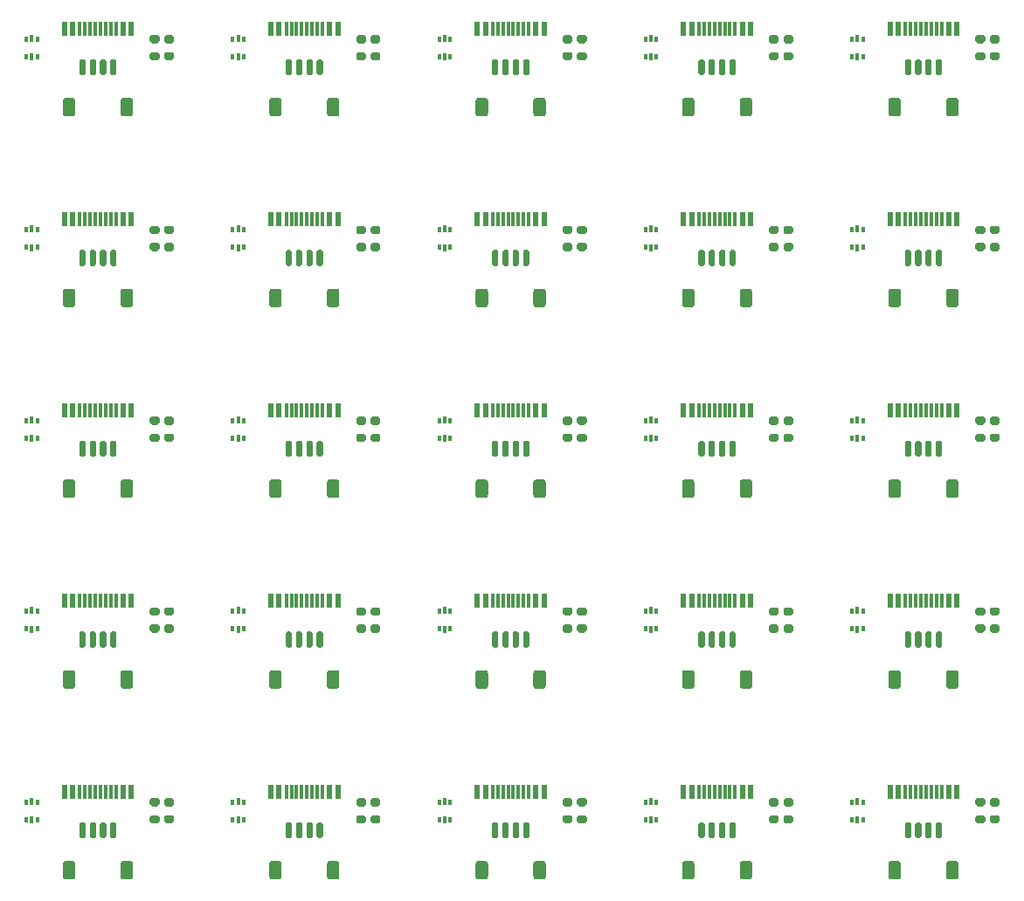
<source format=gtp>
%TF.GenerationSoftware,KiCad,Pcbnew,(5.1.10)-1*%
%TF.CreationDate,2021-07-09T18:34:44+08:00*%
%TF.ProjectId,u1_Warped,75315f57-6172-4706-9564-2e6b69636164,rev?*%
%TF.SameCoordinates,Original*%
%TF.FileFunction,Paste,Top*%
%TF.FilePolarity,Positive*%
%FSLAX46Y46*%
G04 Gerber Fmt 4.6, Leading zero omitted, Abs format (unit mm)*
G04 Created by KiCad (PCBNEW (5.1.10)-1) date 2021-07-09 18:34:44*
%MOMM*%
%LPD*%
G01*
G04 APERTURE LIST*
%ADD10R,0.375000X0.500000*%
%ADD11R,0.300000X0.650000*%
%ADD12R,0.300000X1.450000*%
%ADD13R,0.600000X1.450000*%
G04 APERTURE END LIST*
%TO.C,R2*%
G36*
G01*
X141175000Y-119825000D02*
X140625000Y-119825000D01*
G75*
G02*
X140425000Y-119625000I0J200000D01*
G01*
X140425000Y-119225000D01*
G75*
G02*
X140625000Y-119025000I200000J0D01*
G01*
X141175000Y-119025000D01*
G75*
G02*
X141375000Y-119225000I0J-200000D01*
G01*
X141375000Y-119625000D01*
G75*
G02*
X141175000Y-119825000I-200000J0D01*
G01*
G37*
G36*
G01*
X141175000Y-118175000D02*
X140625000Y-118175000D01*
G75*
G02*
X140425000Y-117975000I0J200000D01*
G01*
X140425000Y-117575000D01*
G75*
G02*
X140625000Y-117375000I200000J0D01*
G01*
X141175000Y-117375000D01*
G75*
G02*
X141375000Y-117575000I0J-200000D01*
G01*
X141375000Y-117975000D01*
G75*
G02*
X141175000Y-118175000I-200000J0D01*
G01*
G37*
%TD*%
%TO.C,R2*%
G36*
G01*
X121175000Y-119825000D02*
X120625000Y-119825000D01*
G75*
G02*
X120425000Y-119625000I0J200000D01*
G01*
X120425000Y-119225000D01*
G75*
G02*
X120625000Y-119025000I200000J0D01*
G01*
X121175000Y-119025000D01*
G75*
G02*
X121375000Y-119225000I0J-200000D01*
G01*
X121375000Y-119625000D01*
G75*
G02*
X121175000Y-119825000I-200000J0D01*
G01*
G37*
G36*
G01*
X121175000Y-118175000D02*
X120625000Y-118175000D01*
G75*
G02*
X120425000Y-117975000I0J200000D01*
G01*
X120425000Y-117575000D01*
G75*
G02*
X120625000Y-117375000I200000J0D01*
G01*
X121175000Y-117375000D01*
G75*
G02*
X121375000Y-117575000I0J-200000D01*
G01*
X121375000Y-117975000D01*
G75*
G02*
X121175000Y-118175000I-200000J0D01*
G01*
G37*
%TD*%
%TO.C,R2*%
G36*
G01*
X101175000Y-119825000D02*
X100625000Y-119825000D01*
G75*
G02*
X100425000Y-119625000I0J200000D01*
G01*
X100425000Y-119225000D01*
G75*
G02*
X100625000Y-119025000I200000J0D01*
G01*
X101175000Y-119025000D01*
G75*
G02*
X101375000Y-119225000I0J-200000D01*
G01*
X101375000Y-119625000D01*
G75*
G02*
X101175000Y-119825000I-200000J0D01*
G01*
G37*
G36*
G01*
X101175000Y-118175000D02*
X100625000Y-118175000D01*
G75*
G02*
X100425000Y-117975000I0J200000D01*
G01*
X100425000Y-117575000D01*
G75*
G02*
X100625000Y-117375000I200000J0D01*
G01*
X101175000Y-117375000D01*
G75*
G02*
X101375000Y-117575000I0J-200000D01*
G01*
X101375000Y-117975000D01*
G75*
G02*
X101175000Y-118175000I-200000J0D01*
G01*
G37*
%TD*%
%TO.C,R2*%
G36*
G01*
X81175000Y-119825000D02*
X80625000Y-119825000D01*
G75*
G02*
X80425000Y-119625000I0J200000D01*
G01*
X80425000Y-119225000D01*
G75*
G02*
X80625000Y-119025000I200000J0D01*
G01*
X81175000Y-119025000D01*
G75*
G02*
X81375000Y-119225000I0J-200000D01*
G01*
X81375000Y-119625000D01*
G75*
G02*
X81175000Y-119825000I-200000J0D01*
G01*
G37*
G36*
G01*
X81175000Y-118175000D02*
X80625000Y-118175000D01*
G75*
G02*
X80425000Y-117975000I0J200000D01*
G01*
X80425000Y-117575000D01*
G75*
G02*
X80625000Y-117375000I200000J0D01*
G01*
X81175000Y-117375000D01*
G75*
G02*
X81375000Y-117575000I0J-200000D01*
G01*
X81375000Y-117975000D01*
G75*
G02*
X81175000Y-118175000I-200000J0D01*
G01*
G37*
%TD*%
%TO.C,R2*%
G36*
G01*
X61175000Y-119825000D02*
X60625000Y-119825000D01*
G75*
G02*
X60425000Y-119625000I0J200000D01*
G01*
X60425000Y-119225000D01*
G75*
G02*
X60625000Y-119025000I200000J0D01*
G01*
X61175000Y-119025000D01*
G75*
G02*
X61375000Y-119225000I0J-200000D01*
G01*
X61375000Y-119625000D01*
G75*
G02*
X61175000Y-119825000I-200000J0D01*
G01*
G37*
G36*
G01*
X61175000Y-118175000D02*
X60625000Y-118175000D01*
G75*
G02*
X60425000Y-117975000I0J200000D01*
G01*
X60425000Y-117575000D01*
G75*
G02*
X60625000Y-117375000I200000J0D01*
G01*
X61175000Y-117375000D01*
G75*
G02*
X61375000Y-117575000I0J-200000D01*
G01*
X61375000Y-117975000D01*
G75*
G02*
X61175000Y-118175000I-200000J0D01*
G01*
G37*
%TD*%
%TO.C,R2*%
G36*
G01*
X141175000Y-101325000D02*
X140625000Y-101325000D01*
G75*
G02*
X140425000Y-101125000I0J200000D01*
G01*
X140425000Y-100725000D01*
G75*
G02*
X140625000Y-100525000I200000J0D01*
G01*
X141175000Y-100525000D01*
G75*
G02*
X141375000Y-100725000I0J-200000D01*
G01*
X141375000Y-101125000D01*
G75*
G02*
X141175000Y-101325000I-200000J0D01*
G01*
G37*
G36*
G01*
X141175000Y-99675000D02*
X140625000Y-99675000D01*
G75*
G02*
X140425000Y-99475000I0J200000D01*
G01*
X140425000Y-99075000D01*
G75*
G02*
X140625000Y-98875000I200000J0D01*
G01*
X141175000Y-98875000D01*
G75*
G02*
X141375000Y-99075000I0J-200000D01*
G01*
X141375000Y-99475000D01*
G75*
G02*
X141175000Y-99675000I-200000J0D01*
G01*
G37*
%TD*%
%TO.C,R2*%
G36*
G01*
X121175000Y-101325000D02*
X120625000Y-101325000D01*
G75*
G02*
X120425000Y-101125000I0J200000D01*
G01*
X120425000Y-100725000D01*
G75*
G02*
X120625000Y-100525000I200000J0D01*
G01*
X121175000Y-100525000D01*
G75*
G02*
X121375000Y-100725000I0J-200000D01*
G01*
X121375000Y-101125000D01*
G75*
G02*
X121175000Y-101325000I-200000J0D01*
G01*
G37*
G36*
G01*
X121175000Y-99675000D02*
X120625000Y-99675000D01*
G75*
G02*
X120425000Y-99475000I0J200000D01*
G01*
X120425000Y-99075000D01*
G75*
G02*
X120625000Y-98875000I200000J0D01*
G01*
X121175000Y-98875000D01*
G75*
G02*
X121375000Y-99075000I0J-200000D01*
G01*
X121375000Y-99475000D01*
G75*
G02*
X121175000Y-99675000I-200000J0D01*
G01*
G37*
%TD*%
%TO.C,R2*%
G36*
G01*
X101175000Y-101325000D02*
X100625000Y-101325000D01*
G75*
G02*
X100425000Y-101125000I0J200000D01*
G01*
X100425000Y-100725000D01*
G75*
G02*
X100625000Y-100525000I200000J0D01*
G01*
X101175000Y-100525000D01*
G75*
G02*
X101375000Y-100725000I0J-200000D01*
G01*
X101375000Y-101125000D01*
G75*
G02*
X101175000Y-101325000I-200000J0D01*
G01*
G37*
G36*
G01*
X101175000Y-99675000D02*
X100625000Y-99675000D01*
G75*
G02*
X100425000Y-99475000I0J200000D01*
G01*
X100425000Y-99075000D01*
G75*
G02*
X100625000Y-98875000I200000J0D01*
G01*
X101175000Y-98875000D01*
G75*
G02*
X101375000Y-99075000I0J-200000D01*
G01*
X101375000Y-99475000D01*
G75*
G02*
X101175000Y-99675000I-200000J0D01*
G01*
G37*
%TD*%
%TO.C,R2*%
G36*
G01*
X81175000Y-101325000D02*
X80625000Y-101325000D01*
G75*
G02*
X80425000Y-101125000I0J200000D01*
G01*
X80425000Y-100725000D01*
G75*
G02*
X80625000Y-100525000I200000J0D01*
G01*
X81175000Y-100525000D01*
G75*
G02*
X81375000Y-100725000I0J-200000D01*
G01*
X81375000Y-101125000D01*
G75*
G02*
X81175000Y-101325000I-200000J0D01*
G01*
G37*
G36*
G01*
X81175000Y-99675000D02*
X80625000Y-99675000D01*
G75*
G02*
X80425000Y-99475000I0J200000D01*
G01*
X80425000Y-99075000D01*
G75*
G02*
X80625000Y-98875000I200000J0D01*
G01*
X81175000Y-98875000D01*
G75*
G02*
X81375000Y-99075000I0J-200000D01*
G01*
X81375000Y-99475000D01*
G75*
G02*
X81175000Y-99675000I-200000J0D01*
G01*
G37*
%TD*%
%TO.C,R2*%
G36*
G01*
X61175000Y-101325000D02*
X60625000Y-101325000D01*
G75*
G02*
X60425000Y-101125000I0J200000D01*
G01*
X60425000Y-100725000D01*
G75*
G02*
X60625000Y-100525000I200000J0D01*
G01*
X61175000Y-100525000D01*
G75*
G02*
X61375000Y-100725000I0J-200000D01*
G01*
X61375000Y-101125000D01*
G75*
G02*
X61175000Y-101325000I-200000J0D01*
G01*
G37*
G36*
G01*
X61175000Y-99675000D02*
X60625000Y-99675000D01*
G75*
G02*
X60425000Y-99475000I0J200000D01*
G01*
X60425000Y-99075000D01*
G75*
G02*
X60625000Y-98875000I200000J0D01*
G01*
X61175000Y-98875000D01*
G75*
G02*
X61375000Y-99075000I0J-200000D01*
G01*
X61375000Y-99475000D01*
G75*
G02*
X61175000Y-99675000I-200000J0D01*
G01*
G37*
%TD*%
%TO.C,R2*%
G36*
G01*
X141175000Y-82825000D02*
X140625000Y-82825000D01*
G75*
G02*
X140425000Y-82625000I0J200000D01*
G01*
X140425000Y-82225000D01*
G75*
G02*
X140625000Y-82025000I200000J0D01*
G01*
X141175000Y-82025000D01*
G75*
G02*
X141375000Y-82225000I0J-200000D01*
G01*
X141375000Y-82625000D01*
G75*
G02*
X141175000Y-82825000I-200000J0D01*
G01*
G37*
G36*
G01*
X141175000Y-81175000D02*
X140625000Y-81175000D01*
G75*
G02*
X140425000Y-80975000I0J200000D01*
G01*
X140425000Y-80575000D01*
G75*
G02*
X140625000Y-80375000I200000J0D01*
G01*
X141175000Y-80375000D01*
G75*
G02*
X141375000Y-80575000I0J-200000D01*
G01*
X141375000Y-80975000D01*
G75*
G02*
X141175000Y-81175000I-200000J0D01*
G01*
G37*
%TD*%
%TO.C,R2*%
G36*
G01*
X121175000Y-82825000D02*
X120625000Y-82825000D01*
G75*
G02*
X120425000Y-82625000I0J200000D01*
G01*
X120425000Y-82225000D01*
G75*
G02*
X120625000Y-82025000I200000J0D01*
G01*
X121175000Y-82025000D01*
G75*
G02*
X121375000Y-82225000I0J-200000D01*
G01*
X121375000Y-82625000D01*
G75*
G02*
X121175000Y-82825000I-200000J0D01*
G01*
G37*
G36*
G01*
X121175000Y-81175000D02*
X120625000Y-81175000D01*
G75*
G02*
X120425000Y-80975000I0J200000D01*
G01*
X120425000Y-80575000D01*
G75*
G02*
X120625000Y-80375000I200000J0D01*
G01*
X121175000Y-80375000D01*
G75*
G02*
X121375000Y-80575000I0J-200000D01*
G01*
X121375000Y-80975000D01*
G75*
G02*
X121175000Y-81175000I-200000J0D01*
G01*
G37*
%TD*%
%TO.C,R2*%
G36*
G01*
X101175000Y-82825000D02*
X100625000Y-82825000D01*
G75*
G02*
X100425000Y-82625000I0J200000D01*
G01*
X100425000Y-82225000D01*
G75*
G02*
X100625000Y-82025000I200000J0D01*
G01*
X101175000Y-82025000D01*
G75*
G02*
X101375000Y-82225000I0J-200000D01*
G01*
X101375000Y-82625000D01*
G75*
G02*
X101175000Y-82825000I-200000J0D01*
G01*
G37*
G36*
G01*
X101175000Y-81175000D02*
X100625000Y-81175000D01*
G75*
G02*
X100425000Y-80975000I0J200000D01*
G01*
X100425000Y-80575000D01*
G75*
G02*
X100625000Y-80375000I200000J0D01*
G01*
X101175000Y-80375000D01*
G75*
G02*
X101375000Y-80575000I0J-200000D01*
G01*
X101375000Y-80975000D01*
G75*
G02*
X101175000Y-81175000I-200000J0D01*
G01*
G37*
%TD*%
%TO.C,R2*%
G36*
G01*
X81175000Y-82825000D02*
X80625000Y-82825000D01*
G75*
G02*
X80425000Y-82625000I0J200000D01*
G01*
X80425000Y-82225000D01*
G75*
G02*
X80625000Y-82025000I200000J0D01*
G01*
X81175000Y-82025000D01*
G75*
G02*
X81375000Y-82225000I0J-200000D01*
G01*
X81375000Y-82625000D01*
G75*
G02*
X81175000Y-82825000I-200000J0D01*
G01*
G37*
G36*
G01*
X81175000Y-81175000D02*
X80625000Y-81175000D01*
G75*
G02*
X80425000Y-80975000I0J200000D01*
G01*
X80425000Y-80575000D01*
G75*
G02*
X80625000Y-80375000I200000J0D01*
G01*
X81175000Y-80375000D01*
G75*
G02*
X81375000Y-80575000I0J-200000D01*
G01*
X81375000Y-80975000D01*
G75*
G02*
X81175000Y-81175000I-200000J0D01*
G01*
G37*
%TD*%
%TO.C,R2*%
G36*
G01*
X61175000Y-82825000D02*
X60625000Y-82825000D01*
G75*
G02*
X60425000Y-82625000I0J200000D01*
G01*
X60425000Y-82225000D01*
G75*
G02*
X60625000Y-82025000I200000J0D01*
G01*
X61175000Y-82025000D01*
G75*
G02*
X61375000Y-82225000I0J-200000D01*
G01*
X61375000Y-82625000D01*
G75*
G02*
X61175000Y-82825000I-200000J0D01*
G01*
G37*
G36*
G01*
X61175000Y-81175000D02*
X60625000Y-81175000D01*
G75*
G02*
X60425000Y-80975000I0J200000D01*
G01*
X60425000Y-80575000D01*
G75*
G02*
X60625000Y-80375000I200000J0D01*
G01*
X61175000Y-80375000D01*
G75*
G02*
X61375000Y-80575000I0J-200000D01*
G01*
X61375000Y-80975000D01*
G75*
G02*
X61175000Y-81175000I-200000J0D01*
G01*
G37*
%TD*%
%TO.C,R2*%
G36*
G01*
X141175000Y-64325000D02*
X140625000Y-64325000D01*
G75*
G02*
X140425000Y-64125000I0J200000D01*
G01*
X140425000Y-63725000D01*
G75*
G02*
X140625000Y-63525000I200000J0D01*
G01*
X141175000Y-63525000D01*
G75*
G02*
X141375000Y-63725000I0J-200000D01*
G01*
X141375000Y-64125000D01*
G75*
G02*
X141175000Y-64325000I-200000J0D01*
G01*
G37*
G36*
G01*
X141175000Y-62675000D02*
X140625000Y-62675000D01*
G75*
G02*
X140425000Y-62475000I0J200000D01*
G01*
X140425000Y-62075000D01*
G75*
G02*
X140625000Y-61875000I200000J0D01*
G01*
X141175000Y-61875000D01*
G75*
G02*
X141375000Y-62075000I0J-200000D01*
G01*
X141375000Y-62475000D01*
G75*
G02*
X141175000Y-62675000I-200000J0D01*
G01*
G37*
%TD*%
%TO.C,R2*%
G36*
G01*
X121175000Y-64325000D02*
X120625000Y-64325000D01*
G75*
G02*
X120425000Y-64125000I0J200000D01*
G01*
X120425000Y-63725000D01*
G75*
G02*
X120625000Y-63525000I200000J0D01*
G01*
X121175000Y-63525000D01*
G75*
G02*
X121375000Y-63725000I0J-200000D01*
G01*
X121375000Y-64125000D01*
G75*
G02*
X121175000Y-64325000I-200000J0D01*
G01*
G37*
G36*
G01*
X121175000Y-62675000D02*
X120625000Y-62675000D01*
G75*
G02*
X120425000Y-62475000I0J200000D01*
G01*
X120425000Y-62075000D01*
G75*
G02*
X120625000Y-61875000I200000J0D01*
G01*
X121175000Y-61875000D01*
G75*
G02*
X121375000Y-62075000I0J-200000D01*
G01*
X121375000Y-62475000D01*
G75*
G02*
X121175000Y-62675000I-200000J0D01*
G01*
G37*
%TD*%
%TO.C,R2*%
G36*
G01*
X101175000Y-64325000D02*
X100625000Y-64325000D01*
G75*
G02*
X100425000Y-64125000I0J200000D01*
G01*
X100425000Y-63725000D01*
G75*
G02*
X100625000Y-63525000I200000J0D01*
G01*
X101175000Y-63525000D01*
G75*
G02*
X101375000Y-63725000I0J-200000D01*
G01*
X101375000Y-64125000D01*
G75*
G02*
X101175000Y-64325000I-200000J0D01*
G01*
G37*
G36*
G01*
X101175000Y-62675000D02*
X100625000Y-62675000D01*
G75*
G02*
X100425000Y-62475000I0J200000D01*
G01*
X100425000Y-62075000D01*
G75*
G02*
X100625000Y-61875000I200000J0D01*
G01*
X101175000Y-61875000D01*
G75*
G02*
X101375000Y-62075000I0J-200000D01*
G01*
X101375000Y-62475000D01*
G75*
G02*
X101175000Y-62675000I-200000J0D01*
G01*
G37*
%TD*%
%TO.C,R2*%
G36*
G01*
X81175000Y-64325000D02*
X80625000Y-64325000D01*
G75*
G02*
X80425000Y-64125000I0J200000D01*
G01*
X80425000Y-63725000D01*
G75*
G02*
X80625000Y-63525000I200000J0D01*
G01*
X81175000Y-63525000D01*
G75*
G02*
X81375000Y-63725000I0J-200000D01*
G01*
X81375000Y-64125000D01*
G75*
G02*
X81175000Y-64325000I-200000J0D01*
G01*
G37*
G36*
G01*
X81175000Y-62675000D02*
X80625000Y-62675000D01*
G75*
G02*
X80425000Y-62475000I0J200000D01*
G01*
X80425000Y-62075000D01*
G75*
G02*
X80625000Y-61875000I200000J0D01*
G01*
X81175000Y-61875000D01*
G75*
G02*
X81375000Y-62075000I0J-200000D01*
G01*
X81375000Y-62475000D01*
G75*
G02*
X81175000Y-62675000I-200000J0D01*
G01*
G37*
%TD*%
%TO.C,R2*%
G36*
G01*
X61175000Y-64325000D02*
X60625000Y-64325000D01*
G75*
G02*
X60425000Y-64125000I0J200000D01*
G01*
X60425000Y-63725000D01*
G75*
G02*
X60625000Y-63525000I200000J0D01*
G01*
X61175000Y-63525000D01*
G75*
G02*
X61375000Y-63725000I0J-200000D01*
G01*
X61375000Y-64125000D01*
G75*
G02*
X61175000Y-64325000I-200000J0D01*
G01*
G37*
G36*
G01*
X61175000Y-62675000D02*
X60625000Y-62675000D01*
G75*
G02*
X60425000Y-62475000I0J200000D01*
G01*
X60425000Y-62075000D01*
G75*
G02*
X60625000Y-61875000I200000J0D01*
G01*
X61175000Y-61875000D01*
G75*
G02*
X61375000Y-62075000I0J-200000D01*
G01*
X61375000Y-62475000D01*
G75*
G02*
X61175000Y-62675000I-200000J0D01*
G01*
G37*
%TD*%
%TO.C,R2*%
G36*
G01*
X141175000Y-45825000D02*
X140625000Y-45825000D01*
G75*
G02*
X140425000Y-45625000I0J200000D01*
G01*
X140425000Y-45225000D01*
G75*
G02*
X140625000Y-45025000I200000J0D01*
G01*
X141175000Y-45025000D01*
G75*
G02*
X141375000Y-45225000I0J-200000D01*
G01*
X141375000Y-45625000D01*
G75*
G02*
X141175000Y-45825000I-200000J0D01*
G01*
G37*
G36*
G01*
X141175000Y-44175000D02*
X140625000Y-44175000D01*
G75*
G02*
X140425000Y-43975000I0J200000D01*
G01*
X140425000Y-43575000D01*
G75*
G02*
X140625000Y-43375000I200000J0D01*
G01*
X141175000Y-43375000D01*
G75*
G02*
X141375000Y-43575000I0J-200000D01*
G01*
X141375000Y-43975000D01*
G75*
G02*
X141175000Y-44175000I-200000J0D01*
G01*
G37*
%TD*%
%TO.C,R2*%
G36*
G01*
X121175000Y-45825000D02*
X120625000Y-45825000D01*
G75*
G02*
X120425000Y-45625000I0J200000D01*
G01*
X120425000Y-45225000D01*
G75*
G02*
X120625000Y-45025000I200000J0D01*
G01*
X121175000Y-45025000D01*
G75*
G02*
X121375000Y-45225000I0J-200000D01*
G01*
X121375000Y-45625000D01*
G75*
G02*
X121175000Y-45825000I-200000J0D01*
G01*
G37*
G36*
G01*
X121175000Y-44175000D02*
X120625000Y-44175000D01*
G75*
G02*
X120425000Y-43975000I0J200000D01*
G01*
X120425000Y-43575000D01*
G75*
G02*
X120625000Y-43375000I200000J0D01*
G01*
X121175000Y-43375000D01*
G75*
G02*
X121375000Y-43575000I0J-200000D01*
G01*
X121375000Y-43975000D01*
G75*
G02*
X121175000Y-44175000I-200000J0D01*
G01*
G37*
%TD*%
%TO.C,R2*%
G36*
G01*
X101175000Y-45825000D02*
X100625000Y-45825000D01*
G75*
G02*
X100425000Y-45625000I0J200000D01*
G01*
X100425000Y-45225000D01*
G75*
G02*
X100625000Y-45025000I200000J0D01*
G01*
X101175000Y-45025000D01*
G75*
G02*
X101375000Y-45225000I0J-200000D01*
G01*
X101375000Y-45625000D01*
G75*
G02*
X101175000Y-45825000I-200000J0D01*
G01*
G37*
G36*
G01*
X101175000Y-44175000D02*
X100625000Y-44175000D01*
G75*
G02*
X100425000Y-43975000I0J200000D01*
G01*
X100425000Y-43575000D01*
G75*
G02*
X100625000Y-43375000I200000J0D01*
G01*
X101175000Y-43375000D01*
G75*
G02*
X101375000Y-43575000I0J-200000D01*
G01*
X101375000Y-43975000D01*
G75*
G02*
X101175000Y-44175000I-200000J0D01*
G01*
G37*
%TD*%
%TO.C,R2*%
G36*
G01*
X81175000Y-45825000D02*
X80625000Y-45825000D01*
G75*
G02*
X80425000Y-45625000I0J200000D01*
G01*
X80425000Y-45225000D01*
G75*
G02*
X80625000Y-45025000I200000J0D01*
G01*
X81175000Y-45025000D01*
G75*
G02*
X81375000Y-45225000I0J-200000D01*
G01*
X81375000Y-45625000D01*
G75*
G02*
X81175000Y-45825000I-200000J0D01*
G01*
G37*
G36*
G01*
X81175000Y-44175000D02*
X80625000Y-44175000D01*
G75*
G02*
X80425000Y-43975000I0J200000D01*
G01*
X80425000Y-43575000D01*
G75*
G02*
X80625000Y-43375000I200000J0D01*
G01*
X81175000Y-43375000D01*
G75*
G02*
X81375000Y-43575000I0J-200000D01*
G01*
X81375000Y-43975000D01*
G75*
G02*
X81175000Y-44175000I-200000J0D01*
G01*
G37*
%TD*%
%TO.C,R1*%
G36*
G01*
X139225000Y-119025000D02*
X139775000Y-119025000D01*
G75*
G02*
X139975000Y-119225000I0J-200000D01*
G01*
X139975000Y-119625000D01*
G75*
G02*
X139775000Y-119825000I-200000J0D01*
G01*
X139225000Y-119825000D01*
G75*
G02*
X139025000Y-119625000I0J200000D01*
G01*
X139025000Y-119225000D01*
G75*
G02*
X139225000Y-119025000I200000J0D01*
G01*
G37*
G36*
G01*
X139225000Y-117375000D02*
X139775000Y-117375000D01*
G75*
G02*
X139975000Y-117575000I0J-200000D01*
G01*
X139975000Y-117975000D01*
G75*
G02*
X139775000Y-118175000I-200000J0D01*
G01*
X139225000Y-118175000D01*
G75*
G02*
X139025000Y-117975000I0J200000D01*
G01*
X139025000Y-117575000D01*
G75*
G02*
X139225000Y-117375000I200000J0D01*
G01*
G37*
%TD*%
%TO.C,R1*%
G36*
G01*
X119225000Y-119025000D02*
X119775000Y-119025000D01*
G75*
G02*
X119975000Y-119225000I0J-200000D01*
G01*
X119975000Y-119625000D01*
G75*
G02*
X119775000Y-119825000I-200000J0D01*
G01*
X119225000Y-119825000D01*
G75*
G02*
X119025000Y-119625000I0J200000D01*
G01*
X119025000Y-119225000D01*
G75*
G02*
X119225000Y-119025000I200000J0D01*
G01*
G37*
G36*
G01*
X119225000Y-117375000D02*
X119775000Y-117375000D01*
G75*
G02*
X119975000Y-117575000I0J-200000D01*
G01*
X119975000Y-117975000D01*
G75*
G02*
X119775000Y-118175000I-200000J0D01*
G01*
X119225000Y-118175000D01*
G75*
G02*
X119025000Y-117975000I0J200000D01*
G01*
X119025000Y-117575000D01*
G75*
G02*
X119225000Y-117375000I200000J0D01*
G01*
G37*
%TD*%
%TO.C,R1*%
G36*
G01*
X99225000Y-119025000D02*
X99775000Y-119025000D01*
G75*
G02*
X99975000Y-119225000I0J-200000D01*
G01*
X99975000Y-119625000D01*
G75*
G02*
X99775000Y-119825000I-200000J0D01*
G01*
X99225000Y-119825000D01*
G75*
G02*
X99025000Y-119625000I0J200000D01*
G01*
X99025000Y-119225000D01*
G75*
G02*
X99225000Y-119025000I200000J0D01*
G01*
G37*
G36*
G01*
X99225000Y-117375000D02*
X99775000Y-117375000D01*
G75*
G02*
X99975000Y-117575000I0J-200000D01*
G01*
X99975000Y-117975000D01*
G75*
G02*
X99775000Y-118175000I-200000J0D01*
G01*
X99225000Y-118175000D01*
G75*
G02*
X99025000Y-117975000I0J200000D01*
G01*
X99025000Y-117575000D01*
G75*
G02*
X99225000Y-117375000I200000J0D01*
G01*
G37*
%TD*%
%TO.C,R1*%
G36*
G01*
X79225000Y-119025000D02*
X79775000Y-119025000D01*
G75*
G02*
X79975000Y-119225000I0J-200000D01*
G01*
X79975000Y-119625000D01*
G75*
G02*
X79775000Y-119825000I-200000J0D01*
G01*
X79225000Y-119825000D01*
G75*
G02*
X79025000Y-119625000I0J200000D01*
G01*
X79025000Y-119225000D01*
G75*
G02*
X79225000Y-119025000I200000J0D01*
G01*
G37*
G36*
G01*
X79225000Y-117375000D02*
X79775000Y-117375000D01*
G75*
G02*
X79975000Y-117575000I0J-200000D01*
G01*
X79975000Y-117975000D01*
G75*
G02*
X79775000Y-118175000I-200000J0D01*
G01*
X79225000Y-118175000D01*
G75*
G02*
X79025000Y-117975000I0J200000D01*
G01*
X79025000Y-117575000D01*
G75*
G02*
X79225000Y-117375000I200000J0D01*
G01*
G37*
%TD*%
%TO.C,R1*%
G36*
G01*
X59225000Y-119025000D02*
X59775000Y-119025000D01*
G75*
G02*
X59975000Y-119225000I0J-200000D01*
G01*
X59975000Y-119625000D01*
G75*
G02*
X59775000Y-119825000I-200000J0D01*
G01*
X59225000Y-119825000D01*
G75*
G02*
X59025000Y-119625000I0J200000D01*
G01*
X59025000Y-119225000D01*
G75*
G02*
X59225000Y-119025000I200000J0D01*
G01*
G37*
G36*
G01*
X59225000Y-117375000D02*
X59775000Y-117375000D01*
G75*
G02*
X59975000Y-117575000I0J-200000D01*
G01*
X59975000Y-117975000D01*
G75*
G02*
X59775000Y-118175000I-200000J0D01*
G01*
X59225000Y-118175000D01*
G75*
G02*
X59025000Y-117975000I0J200000D01*
G01*
X59025000Y-117575000D01*
G75*
G02*
X59225000Y-117375000I200000J0D01*
G01*
G37*
%TD*%
%TO.C,R1*%
G36*
G01*
X139225000Y-100525000D02*
X139775000Y-100525000D01*
G75*
G02*
X139975000Y-100725000I0J-200000D01*
G01*
X139975000Y-101125000D01*
G75*
G02*
X139775000Y-101325000I-200000J0D01*
G01*
X139225000Y-101325000D01*
G75*
G02*
X139025000Y-101125000I0J200000D01*
G01*
X139025000Y-100725000D01*
G75*
G02*
X139225000Y-100525000I200000J0D01*
G01*
G37*
G36*
G01*
X139225000Y-98875000D02*
X139775000Y-98875000D01*
G75*
G02*
X139975000Y-99075000I0J-200000D01*
G01*
X139975000Y-99475000D01*
G75*
G02*
X139775000Y-99675000I-200000J0D01*
G01*
X139225000Y-99675000D01*
G75*
G02*
X139025000Y-99475000I0J200000D01*
G01*
X139025000Y-99075000D01*
G75*
G02*
X139225000Y-98875000I200000J0D01*
G01*
G37*
%TD*%
%TO.C,R1*%
G36*
G01*
X119225000Y-100525000D02*
X119775000Y-100525000D01*
G75*
G02*
X119975000Y-100725000I0J-200000D01*
G01*
X119975000Y-101125000D01*
G75*
G02*
X119775000Y-101325000I-200000J0D01*
G01*
X119225000Y-101325000D01*
G75*
G02*
X119025000Y-101125000I0J200000D01*
G01*
X119025000Y-100725000D01*
G75*
G02*
X119225000Y-100525000I200000J0D01*
G01*
G37*
G36*
G01*
X119225000Y-98875000D02*
X119775000Y-98875000D01*
G75*
G02*
X119975000Y-99075000I0J-200000D01*
G01*
X119975000Y-99475000D01*
G75*
G02*
X119775000Y-99675000I-200000J0D01*
G01*
X119225000Y-99675000D01*
G75*
G02*
X119025000Y-99475000I0J200000D01*
G01*
X119025000Y-99075000D01*
G75*
G02*
X119225000Y-98875000I200000J0D01*
G01*
G37*
%TD*%
%TO.C,R1*%
G36*
G01*
X99225000Y-100525000D02*
X99775000Y-100525000D01*
G75*
G02*
X99975000Y-100725000I0J-200000D01*
G01*
X99975000Y-101125000D01*
G75*
G02*
X99775000Y-101325000I-200000J0D01*
G01*
X99225000Y-101325000D01*
G75*
G02*
X99025000Y-101125000I0J200000D01*
G01*
X99025000Y-100725000D01*
G75*
G02*
X99225000Y-100525000I200000J0D01*
G01*
G37*
G36*
G01*
X99225000Y-98875000D02*
X99775000Y-98875000D01*
G75*
G02*
X99975000Y-99075000I0J-200000D01*
G01*
X99975000Y-99475000D01*
G75*
G02*
X99775000Y-99675000I-200000J0D01*
G01*
X99225000Y-99675000D01*
G75*
G02*
X99025000Y-99475000I0J200000D01*
G01*
X99025000Y-99075000D01*
G75*
G02*
X99225000Y-98875000I200000J0D01*
G01*
G37*
%TD*%
%TO.C,R1*%
G36*
G01*
X79225000Y-100525000D02*
X79775000Y-100525000D01*
G75*
G02*
X79975000Y-100725000I0J-200000D01*
G01*
X79975000Y-101125000D01*
G75*
G02*
X79775000Y-101325000I-200000J0D01*
G01*
X79225000Y-101325000D01*
G75*
G02*
X79025000Y-101125000I0J200000D01*
G01*
X79025000Y-100725000D01*
G75*
G02*
X79225000Y-100525000I200000J0D01*
G01*
G37*
G36*
G01*
X79225000Y-98875000D02*
X79775000Y-98875000D01*
G75*
G02*
X79975000Y-99075000I0J-200000D01*
G01*
X79975000Y-99475000D01*
G75*
G02*
X79775000Y-99675000I-200000J0D01*
G01*
X79225000Y-99675000D01*
G75*
G02*
X79025000Y-99475000I0J200000D01*
G01*
X79025000Y-99075000D01*
G75*
G02*
X79225000Y-98875000I200000J0D01*
G01*
G37*
%TD*%
%TO.C,R1*%
G36*
G01*
X59225000Y-100525000D02*
X59775000Y-100525000D01*
G75*
G02*
X59975000Y-100725000I0J-200000D01*
G01*
X59975000Y-101125000D01*
G75*
G02*
X59775000Y-101325000I-200000J0D01*
G01*
X59225000Y-101325000D01*
G75*
G02*
X59025000Y-101125000I0J200000D01*
G01*
X59025000Y-100725000D01*
G75*
G02*
X59225000Y-100525000I200000J0D01*
G01*
G37*
G36*
G01*
X59225000Y-98875000D02*
X59775000Y-98875000D01*
G75*
G02*
X59975000Y-99075000I0J-200000D01*
G01*
X59975000Y-99475000D01*
G75*
G02*
X59775000Y-99675000I-200000J0D01*
G01*
X59225000Y-99675000D01*
G75*
G02*
X59025000Y-99475000I0J200000D01*
G01*
X59025000Y-99075000D01*
G75*
G02*
X59225000Y-98875000I200000J0D01*
G01*
G37*
%TD*%
%TO.C,R1*%
G36*
G01*
X139225000Y-82025000D02*
X139775000Y-82025000D01*
G75*
G02*
X139975000Y-82225000I0J-200000D01*
G01*
X139975000Y-82625000D01*
G75*
G02*
X139775000Y-82825000I-200000J0D01*
G01*
X139225000Y-82825000D01*
G75*
G02*
X139025000Y-82625000I0J200000D01*
G01*
X139025000Y-82225000D01*
G75*
G02*
X139225000Y-82025000I200000J0D01*
G01*
G37*
G36*
G01*
X139225000Y-80375000D02*
X139775000Y-80375000D01*
G75*
G02*
X139975000Y-80575000I0J-200000D01*
G01*
X139975000Y-80975000D01*
G75*
G02*
X139775000Y-81175000I-200000J0D01*
G01*
X139225000Y-81175000D01*
G75*
G02*
X139025000Y-80975000I0J200000D01*
G01*
X139025000Y-80575000D01*
G75*
G02*
X139225000Y-80375000I200000J0D01*
G01*
G37*
%TD*%
%TO.C,R1*%
G36*
G01*
X119225000Y-82025000D02*
X119775000Y-82025000D01*
G75*
G02*
X119975000Y-82225000I0J-200000D01*
G01*
X119975000Y-82625000D01*
G75*
G02*
X119775000Y-82825000I-200000J0D01*
G01*
X119225000Y-82825000D01*
G75*
G02*
X119025000Y-82625000I0J200000D01*
G01*
X119025000Y-82225000D01*
G75*
G02*
X119225000Y-82025000I200000J0D01*
G01*
G37*
G36*
G01*
X119225000Y-80375000D02*
X119775000Y-80375000D01*
G75*
G02*
X119975000Y-80575000I0J-200000D01*
G01*
X119975000Y-80975000D01*
G75*
G02*
X119775000Y-81175000I-200000J0D01*
G01*
X119225000Y-81175000D01*
G75*
G02*
X119025000Y-80975000I0J200000D01*
G01*
X119025000Y-80575000D01*
G75*
G02*
X119225000Y-80375000I200000J0D01*
G01*
G37*
%TD*%
%TO.C,R1*%
G36*
G01*
X99225000Y-82025000D02*
X99775000Y-82025000D01*
G75*
G02*
X99975000Y-82225000I0J-200000D01*
G01*
X99975000Y-82625000D01*
G75*
G02*
X99775000Y-82825000I-200000J0D01*
G01*
X99225000Y-82825000D01*
G75*
G02*
X99025000Y-82625000I0J200000D01*
G01*
X99025000Y-82225000D01*
G75*
G02*
X99225000Y-82025000I200000J0D01*
G01*
G37*
G36*
G01*
X99225000Y-80375000D02*
X99775000Y-80375000D01*
G75*
G02*
X99975000Y-80575000I0J-200000D01*
G01*
X99975000Y-80975000D01*
G75*
G02*
X99775000Y-81175000I-200000J0D01*
G01*
X99225000Y-81175000D01*
G75*
G02*
X99025000Y-80975000I0J200000D01*
G01*
X99025000Y-80575000D01*
G75*
G02*
X99225000Y-80375000I200000J0D01*
G01*
G37*
%TD*%
%TO.C,R1*%
G36*
G01*
X79225000Y-82025000D02*
X79775000Y-82025000D01*
G75*
G02*
X79975000Y-82225000I0J-200000D01*
G01*
X79975000Y-82625000D01*
G75*
G02*
X79775000Y-82825000I-200000J0D01*
G01*
X79225000Y-82825000D01*
G75*
G02*
X79025000Y-82625000I0J200000D01*
G01*
X79025000Y-82225000D01*
G75*
G02*
X79225000Y-82025000I200000J0D01*
G01*
G37*
G36*
G01*
X79225000Y-80375000D02*
X79775000Y-80375000D01*
G75*
G02*
X79975000Y-80575000I0J-200000D01*
G01*
X79975000Y-80975000D01*
G75*
G02*
X79775000Y-81175000I-200000J0D01*
G01*
X79225000Y-81175000D01*
G75*
G02*
X79025000Y-80975000I0J200000D01*
G01*
X79025000Y-80575000D01*
G75*
G02*
X79225000Y-80375000I200000J0D01*
G01*
G37*
%TD*%
%TO.C,R1*%
G36*
G01*
X59225000Y-82025000D02*
X59775000Y-82025000D01*
G75*
G02*
X59975000Y-82225000I0J-200000D01*
G01*
X59975000Y-82625000D01*
G75*
G02*
X59775000Y-82825000I-200000J0D01*
G01*
X59225000Y-82825000D01*
G75*
G02*
X59025000Y-82625000I0J200000D01*
G01*
X59025000Y-82225000D01*
G75*
G02*
X59225000Y-82025000I200000J0D01*
G01*
G37*
G36*
G01*
X59225000Y-80375000D02*
X59775000Y-80375000D01*
G75*
G02*
X59975000Y-80575000I0J-200000D01*
G01*
X59975000Y-80975000D01*
G75*
G02*
X59775000Y-81175000I-200000J0D01*
G01*
X59225000Y-81175000D01*
G75*
G02*
X59025000Y-80975000I0J200000D01*
G01*
X59025000Y-80575000D01*
G75*
G02*
X59225000Y-80375000I200000J0D01*
G01*
G37*
%TD*%
%TO.C,R1*%
G36*
G01*
X139225000Y-63525000D02*
X139775000Y-63525000D01*
G75*
G02*
X139975000Y-63725000I0J-200000D01*
G01*
X139975000Y-64125000D01*
G75*
G02*
X139775000Y-64325000I-200000J0D01*
G01*
X139225000Y-64325000D01*
G75*
G02*
X139025000Y-64125000I0J200000D01*
G01*
X139025000Y-63725000D01*
G75*
G02*
X139225000Y-63525000I200000J0D01*
G01*
G37*
G36*
G01*
X139225000Y-61875000D02*
X139775000Y-61875000D01*
G75*
G02*
X139975000Y-62075000I0J-200000D01*
G01*
X139975000Y-62475000D01*
G75*
G02*
X139775000Y-62675000I-200000J0D01*
G01*
X139225000Y-62675000D01*
G75*
G02*
X139025000Y-62475000I0J200000D01*
G01*
X139025000Y-62075000D01*
G75*
G02*
X139225000Y-61875000I200000J0D01*
G01*
G37*
%TD*%
%TO.C,R1*%
G36*
G01*
X119225000Y-63525000D02*
X119775000Y-63525000D01*
G75*
G02*
X119975000Y-63725000I0J-200000D01*
G01*
X119975000Y-64125000D01*
G75*
G02*
X119775000Y-64325000I-200000J0D01*
G01*
X119225000Y-64325000D01*
G75*
G02*
X119025000Y-64125000I0J200000D01*
G01*
X119025000Y-63725000D01*
G75*
G02*
X119225000Y-63525000I200000J0D01*
G01*
G37*
G36*
G01*
X119225000Y-61875000D02*
X119775000Y-61875000D01*
G75*
G02*
X119975000Y-62075000I0J-200000D01*
G01*
X119975000Y-62475000D01*
G75*
G02*
X119775000Y-62675000I-200000J0D01*
G01*
X119225000Y-62675000D01*
G75*
G02*
X119025000Y-62475000I0J200000D01*
G01*
X119025000Y-62075000D01*
G75*
G02*
X119225000Y-61875000I200000J0D01*
G01*
G37*
%TD*%
%TO.C,R1*%
G36*
G01*
X99225000Y-63525000D02*
X99775000Y-63525000D01*
G75*
G02*
X99975000Y-63725000I0J-200000D01*
G01*
X99975000Y-64125000D01*
G75*
G02*
X99775000Y-64325000I-200000J0D01*
G01*
X99225000Y-64325000D01*
G75*
G02*
X99025000Y-64125000I0J200000D01*
G01*
X99025000Y-63725000D01*
G75*
G02*
X99225000Y-63525000I200000J0D01*
G01*
G37*
G36*
G01*
X99225000Y-61875000D02*
X99775000Y-61875000D01*
G75*
G02*
X99975000Y-62075000I0J-200000D01*
G01*
X99975000Y-62475000D01*
G75*
G02*
X99775000Y-62675000I-200000J0D01*
G01*
X99225000Y-62675000D01*
G75*
G02*
X99025000Y-62475000I0J200000D01*
G01*
X99025000Y-62075000D01*
G75*
G02*
X99225000Y-61875000I200000J0D01*
G01*
G37*
%TD*%
%TO.C,R1*%
G36*
G01*
X79225000Y-63525000D02*
X79775000Y-63525000D01*
G75*
G02*
X79975000Y-63725000I0J-200000D01*
G01*
X79975000Y-64125000D01*
G75*
G02*
X79775000Y-64325000I-200000J0D01*
G01*
X79225000Y-64325000D01*
G75*
G02*
X79025000Y-64125000I0J200000D01*
G01*
X79025000Y-63725000D01*
G75*
G02*
X79225000Y-63525000I200000J0D01*
G01*
G37*
G36*
G01*
X79225000Y-61875000D02*
X79775000Y-61875000D01*
G75*
G02*
X79975000Y-62075000I0J-200000D01*
G01*
X79975000Y-62475000D01*
G75*
G02*
X79775000Y-62675000I-200000J0D01*
G01*
X79225000Y-62675000D01*
G75*
G02*
X79025000Y-62475000I0J200000D01*
G01*
X79025000Y-62075000D01*
G75*
G02*
X79225000Y-61875000I200000J0D01*
G01*
G37*
%TD*%
%TO.C,R1*%
G36*
G01*
X59225000Y-63525000D02*
X59775000Y-63525000D01*
G75*
G02*
X59975000Y-63725000I0J-200000D01*
G01*
X59975000Y-64125000D01*
G75*
G02*
X59775000Y-64325000I-200000J0D01*
G01*
X59225000Y-64325000D01*
G75*
G02*
X59025000Y-64125000I0J200000D01*
G01*
X59025000Y-63725000D01*
G75*
G02*
X59225000Y-63525000I200000J0D01*
G01*
G37*
G36*
G01*
X59225000Y-61875000D02*
X59775000Y-61875000D01*
G75*
G02*
X59975000Y-62075000I0J-200000D01*
G01*
X59975000Y-62475000D01*
G75*
G02*
X59775000Y-62675000I-200000J0D01*
G01*
X59225000Y-62675000D01*
G75*
G02*
X59025000Y-62475000I0J200000D01*
G01*
X59025000Y-62075000D01*
G75*
G02*
X59225000Y-61875000I200000J0D01*
G01*
G37*
%TD*%
%TO.C,R1*%
G36*
G01*
X139225000Y-45025000D02*
X139775000Y-45025000D01*
G75*
G02*
X139975000Y-45225000I0J-200000D01*
G01*
X139975000Y-45625000D01*
G75*
G02*
X139775000Y-45825000I-200000J0D01*
G01*
X139225000Y-45825000D01*
G75*
G02*
X139025000Y-45625000I0J200000D01*
G01*
X139025000Y-45225000D01*
G75*
G02*
X139225000Y-45025000I200000J0D01*
G01*
G37*
G36*
G01*
X139225000Y-43375000D02*
X139775000Y-43375000D01*
G75*
G02*
X139975000Y-43575000I0J-200000D01*
G01*
X139975000Y-43975000D01*
G75*
G02*
X139775000Y-44175000I-200000J0D01*
G01*
X139225000Y-44175000D01*
G75*
G02*
X139025000Y-43975000I0J200000D01*
G01*
X139025000Y-43575000D01*
G75*
G02*
X139225000Y-43375000I200000J0D01*
G01*
G37*
%TD*%
%TO.C,R1*%
G36*
G01*
X119225000Y-45025000D02*
X119775000Y-45025000D01*
G75*
G02*
X119975000Y-45225000I0J-200000D01*
G01*
X119975000Y-45625000D01*
G75*
G02*
X119775000Y-45825000I-200000J0D01*
G01*
X119225000Y-45825000D01*
G75*
G02*
X119025000Y-45625000I0J200000D01*
G01*
X119025000Y-45225000D01*
G75*
G02*
X119225000Y-45025000I200000J0D01*
G01*
G37*
G36*
G01*
X119225000Y-43375000D02*
X119775000Y-43375000D01*
G75*
G02*
X119975000Y-43575000I0J-200000D01*
G01*
X119975000Y-43975000D01*
G75*
G02*
X119775000Y-44175000I-200000J0D01*
G01*
X119225000Y-44175000D01*
G75*
G02*
X119025000Y-43975000I0J200000D01*
G01*
X119025000Y-43575000D01*
G75*
G02*
X119225000Y-43375000I200000J0D01*
G01*
G37*
%TD*%
%TO.C,R1*%
G36*
G01*
X99225000Y-45025000D02*
X99775000Y-45025000D01*
G75*
G02*
X99975000Y-45225000I0J-200000D01*
G01*
X99975000Y-45625000D01*
G75*
G02*
X99775000Y-45825000I-200000J0D01*
G01*
X99225000Y-45825000D01*
G75*
G02*
X99025000Y-45625000I0J200000D01*
G01*
X99025000Y-45225000D01*
G75*
G02*
X99225000Y-45025000I200000J0D01*
G01*
G37*
G36*
G01*
X99225000Y-43375000D02*
X99775000Y-43375000D01*
G75*
G02*
X99975000Y-43575000I0J-200000D01*
G01*
X99975000Y-43975000D01*
G75*
G02*
X99775000Y-44175000I-200000J0D01*
G01*
X99225000Y-44175000D01*
G75*
G02*
X99025000Y-43975000I0J200000D01*
G01*
X99025000Y-43575000D01*
G75*
G02*
X99225000Y-43375000I200000J0D01*
G01*
G37*
%TD*%
%TO.C,R1*%
G36*
G01*
X79225000Y-45025000D02*
X79775000Y-45025000D01*
G75*
G02*
X79975000Y-45225000I0J-200000D01*
G01*
X79975000Y-45625000D01*
G75*
G02*
X79775000Y-45825000I-200000J0D01*
G01*
X79225000Y-45825000D01*
G75*
G02*
X79025000Y-45625000I0J200000D01*
G01*
X79025000Y-45225000D01*
G75*
G02*
X79225000Y-45025000I200000J0D01*
G01*
G37*
G36*
G01*
X79225000Y-43375000D02*
X79775000Y-43375000D01*
G75*
G02*
X79975000Y-43575000I0J-200000D01*
G01*
X79975000Y-43975000D01*
G75*
G02*
X79775000Y-44175000I-200000J0D01*
G01*
X79225000Y-44175000D01*
G75*
G02*
X79025000Y-43975000I0J200000D01*
G01*
X79025000Y-43575000D01*
G75*
G02*
X79225000Y-43375000I200000J0D01*
G01*
G37*
%TD*%
%TO.C,J2*%
G36*
G01*
X136200000Y-125025001D02*
X136200000Y-123724999D01*
G75*
G02*
X136449999Y-123475000I249999J0D01*
G01*
X137150001Y-123475000D01*
G75*
G02*
X137400000Y-123724999I0J-249999D01*
G01*
X137400000Y-125025001D01*
G75*
G02*
X137150001Y-125275000I-249999J0D01*
G01*
X136449999Y-125275000D01*
G75*
G02*
X136200000Y-125025001I0J249999D01*
G01*
G37*
G36*
G01*
X130600000Y-125025001D02*
X130600000Y-123724999D01*
G75*
G02*
X130849999Y-123475000I249999J0D01*
G01*
X131550001Y-123475000D01*
G75*
G02*
X131800000Y-123724999I0J-249999D01*
G01*
X131800000Y-125025001D01*
G75*
G02*
X131550001Y-125275000I-249999J0D01*
G01*
X130849999Y-125275000D01*
G75*
G02*
X130600000Y-125025001I0J249999D01*
G01*
G37*
G36*
G01*
X135200000Y-121125000D02*
X135200000Y-119875000D01*
G75*
G02*
X135350000Y-119725000I150000J0D01*
G01*
X135650000Y-119725000D01*
G75*
G02*
X135800000Y-119875000I0J-150000D01*
G01*
X135800000Y-121125000D01*
G75*
G02*
X135650000Y-121275000I-150000J0D01*
G01*
X135350000Y-121275000D01*
G75*
G02*
X135200000Y-121125000I0J150000D01*
G01*
G37*
G36*
G01*
X134200000Y-121125000D02*
X134200000Y-119875000D01*
G75*
G02*
X134350000Y-119725000I150000J0D01*
G01*
X134650000Y-119725000D01*
G75*
G02*
X134800000Y-119875000I0J-150000D01*
G01*
X134800000Y-121125000D01*
G75*
G02*
X134650000Y-121275000I-150000J0D01*
G01*
X134350000Y-121275000D01*
G75*
G02*
X134200000Y-121125000I0J150000D01*
G01*
G37*
G36*
G01*
X133200000Y-121125000D02*
X133200000Y-119875000D01*
G75*
G02*
X133350000Y-119725000I150000J0D01*
G01*
X133650000Y-119725000D01*
G75*
G02*
X133800000Y-119875000I0J-150000D01*
G01*
X133800000Y-121125000D01*
G75*
G02*
X133650000Y-121275000I-150000J0D01*
G01*
X133350000Y-121275000D01*
G75*
G02*
X133200000Y-121125000I0J150000D01*
G01*
G37*
G36*
G01*
X132200000Y-121125000D02*
X132200000Y-119875000D01*
G75*
G02*
X132350000Y-119725000I150000J0D01*
G01*
X132650000Y-119725000D01*
G75*
G02*
X132800000Y-119875000I0J-150000D01*
G01*
X132800000Y-121125000D01*
G75*
G02*
X132650000Y-121275000I-150000J0D01*
G01*
X132350000Y-121275000D01*
G75*
G02*
X132200000Y-121125000I0J150000D01*
G01*
G37*
%TD*%
%TO.C,J2*%
G36*
G01*
X116200000Y-125025001D02*
X116200000Y-123724999D01*
G75*
G02*
X116449999Y-123475000I249999J0D01*
G01*
X117150001Y-123475000D01*
G75*
G02*
X117400000Y-123724999I0J-249999D01*
G01*
X117400000Y-125025001D01*
G75*
G02*
X117150001Y-125275000I-249999J0D01*
G01*
X116449999Y-125275000D01*
G75*
G02*
X116200000Y-125025001I0J249999D01*
G01*
G37*
G36*
G01*
X110600000Y-125025001D02*
X110600000Y-123724999D01*
G75*
G02*
X110849999Y-123475000I249999J0D01*
G01*
X111550001Y-123475000D01*
G75*
G02*
X111800000Y-123724999I0J-249999D01*
G01*
X111800000Y-125025001D01*
G75*
G02*
X111550001Y-125275000I-249999J0D01*
G01*
X110849999Y-125275000D01*
G75*
G02*
X110600000Y-125025001I0J249999D01*
G01*
G37*
G36*
G01*
X115200000Y-121125000D02*
X115200000Y-119875000D01*
G75*
G02*
X115350000Y-119725000I150000J0D01*
G01*
X115650000Y-119725000D01*
G75*
G02*
X115800000Y-119875000I0J-150000D01*
G01*
X115800000Y-121125000D01*
G75*
G02*
X115650000Y-121275000I-150000J0D01*
G01*
X115350000Y-121275000D01*
G75*
G02*
X115200000Y-121125000I0J150000D01*
G01*
G37*
G36*
G01*
X114200000Y-121125000D02*
X114200000Y-119875000D01*
G75*
G02*
X114350000Y-119725000I150000J0D01*
G01*
X114650000Y-119725000D01*
G75*
G02*
X114800000Y-119875000I0J-150000D01*
G01*
X114800000Y-121125000D01*
G75*
G02*
X114650000Y-121275000I-150000J0D01*
G01*
X114350000Y-121275000D01*
G75*
G02*
X114200000Y-121125000I0J150000D01*
G01*
G37*
G36*
G01*
X113200000Y-121125000D02*
X113200000Y-119875000D01*
G75*
G02*
X113350000Y-119725000I150000J0D01*
G01*
X113650000Y-119725000D01*
G75*
G02*
X113800000Y-119875000I0J-150000D01*
G01*
X113800000Y-121125000D01*
G75*
G02*
X113650000Y-121275000I-150000J0D01*
G01*
X113350000Y-121275000D01*
G75*
G02*
X113200000Y-121125000I0J150000D01*
G01*
G37*
G36*
G01*
X112200000Y-121125000D02*
X112200000Y-119875000D01*
G75*
G02*
X112350000Y-119725000I150000J0D01*
G01*
X112650000Y-119725000D01*
G75*
G02*
X112800000Y-119875000I0J-150000D01*
G01*
X112800000Y-121125000D01*
G75*
G02*
X112650000Y-121275000I-150000J0D01*
G01*
X112350000Y-121275000D01*
G75*
G02*
X112200000Y-121125000I0J150000D01*
G01*
G37*
%TD*%
%TO.C,J2*%
G36*
G01*
X96200000Y-125025001D02*
X96200000Y-123724999D01*
G75*
G02*
X96449999Y-123475000I249999J0D01*
G01*
X97150001Y-123475000D01*
G75*
G02*
X97400000Y-123724999I0J-249999D01*
G01*
X97400000Y-125025001D01*
G75*
G02*
X97150001Y-125275000I-249999J0D01*
G01*
X96449999Y-125275000D01*
G75*
G02*
X96200000Y-125025001I0J249999D01*
G01*
G37*
G36*
G01*
X90600000Y-125025001D02*
X90600000Y-123724999D01*
G75*
G02*
X90849999Y-123475000I249999J0D01*
G01*
X91550001Y-123475000D01*
G75*
G02*
X91800000Y-123724999I0J-249999D01*
G01*
X91800000Y-125025001D01*
G75*
G02*
X91550001Y-125275000I-249999J0D01*
G01*
X90849999Y-125275000D01*
G75*
G02*
X90600000Y-125025001I0J249999D01*
G01*
G37*
G36*
G01*
X95200000Y-121125000D02*
X95200000Y-119875000D01*
G75*
G02*
X95350000Y-119725000I150000J0D01*
G01*
X95650000Y-119725000D01*
G75*
G02*
X95800000Y-119875000I0J-150000D01*
G01*
X95800000Y-121125000D01*
G75*
G02*
X95650000Y-121275000I-150000J0D01*
G01*
X95350000Y-121275000D01*
G75*
G02*
X95200000Y-121125000I0J150000D01*
G01*
G37*
G36*
G01*
X94200000Y-121125000D02*
X94200000Y-119875000D01*
G75*
G02*
X94350000Y-119725000I150000J0D01*
G01*
X94650000Y-119725000D01*
G75*
G02*
X94800000Y-119875000I0J-150000D01*
G01*
X94800000Y-121125000D01*
G75*
G02*
X94650000Y-121275000I-150000J0D01*
G01*
X94350000Y-121275000D01*
G75*
G02*
X94200000Y-121125000I0J150000D01*
G01*
G37*
G36*
G01*
X93200000Y-121125000D02*
X93200000Y-119875000D01*
G75*
G02*
X93350000Y-119725000I150000J0D01*
G01*
X93650000Y-119725000D01*
G75*
G02*
X93800000Y-119875000I0J-150000D01*
G01*
X93800000Y-121125000D01*
G75*
G02*
X93650000Y-121275000I-150000J0D01*
G01*
X93350000Y-121275000D01*
G75*
G02*
X93200000Y-121125000I0J150000D01*
G01*
G37*
G36*
G01*
X92200000Y-121125000D02*
X92200000Y-119875000D01*
G75*
G02*
X92350000Y-119725000I150000J0D01*
G01*
X92650000Y-119725000D01*
G75*
G02*
X92800000Y-119875000I0J-150000D01*
G01*
X92800000Y-121125000D01*
G75*
G02*
X92650000Y-121275000I-150000J0D01*
G01*
X92350000Y-121275000D01*
G75*
G02*
X92200000Y-121125000I0J150000D01*
G01*
G37*
%TD*%
%TO.C,J2*%
G36*
G01*
X76200000Y-125025001D02*
X76200000Y-123724999D01*
G75*
G02*
X76449999Y-123475000I249999J0D01*
G01*
X77150001Y-123475000D01*
G75*
G02*
X77400000Y-123724999I0J-249999D01*
G01*
X77400000Y-125025001D01*
G75*
G02*
X77150001Y-125275000I-249999J0D01*
G01*
X76449999Y-125275000D01*
G75*
G02*
X76200000Y-125025001I0J249999D01*
G01*
G37*
G36*
G01*
X70600000Y-125025001D02*
X70600000Y-123724999D01*
G75*
G02*
X70849999Y-123475000I249999J0D01*
G01*
X71550001Y-123475000D01*
G75*
G02*
X71800000Y-123724999I0J-249999D01*
G01*
X71800000Y-125025001D01*
G75*
G02*
X71550001Y-125275000I-249999J0D01*
G01*
X70849999Y-125275000D01*
G75*
G02*
X70600000Y-125025001I0J249999D01*
G01*
G37*
G36*
G01*
X75200000Y-121125000D02*
X75200000Y-119875000D01*
G75*
G02*
X75350000Y-119725000I150000J0D01*
G01*
X75650000Y-119725000D01*
G75*
G02*
X75800000Y-119875000I0J-150000D01*
G01*
X75800000Y-121125000D01*
G75*
G02*
X75650000Y-121275000I-150000J0D01*
G01*
X75350000Y-121275000D01*
G75*
G02*
X75200000Y-121125000I0J150000D01*
G01*
G37*
G36*
G01*
X74200000Y-121125000D02*
X74200000Y-119875000D01*
G75*
G02*
X74350000Y-119725000I150000J0D01*
G01*
X74650000Y-119725000D01*
G75*
G02*
X74800000Y-119875000I0J-150000D01*
G01*
X74800000Y-121125000D01*
G75*
G02*
X74650000Y-121275000I-150000J0D01*
G01*
X74350000Y-121275000D01*
G75*
G02*
X74200000Y-121125000I0J150000D01*
G01*
G37*
G36*
G01*
X73200000Y-121125000D02*
X73200000Y-119875000D01*
G75*
G02*
X73350000Y-119725000I150000J0D01*
G01*
X73650000Y-119725000D01*
G75*
G02*
X73800000Y-119875000I0J-150000D01*
G01*
X73800000Y-121125000D01*
G75*
G02*
X73650000Y-121275000I-150000J0D01*
G01*
X73350000Y-121275000D01*
G75*
G02*
X73200000Y-121125000I0J150000D01*
G01*
G37*
G36*
G01*
X72200000Y-121125000D02*
X72200000Y-119875000D01*
G75*
G02*
X72350000Y-119725000I150000J0D01*
G01*
X72650000Y-119725000D01*
G75*
G02*
X72800000Y-119875000I0J-150000D01*
G01*
X72800000Y-121125000D01*
G75*
G02*
X72650000Y-121275000I-150000J0D01*
G01*
X72350000Y-121275000D01*
G75*
G02*
X72200000Y-121125000I0J150000D01*
G01*
G37*
%TD*%
%TO.C,J2*%
G36*
G01*
X56200000Y-125025001D02*
X56200000Y-123724999D01*
G75*
G02*
X56449999Y-123475000I249999J0D01*
G01*
X57150001Y-123475000D01*
G75*
G02*
X57400000Y-123724999I0J-249999D01*
G01*
X57400000Y-125025001D01*
G75*
G02*
X57150001Y-125275000I-249999J0D01*
G01*
X56449999Y-125275000D01*
G75*
G02*
X56200000Y-125025001I0J249999D01*
G01*
G37*
G36*
G01*
X50600000Y-125025001D02*
X50600000Y-123724999D01*
G75*
G02*
X50849999Y-123475000I249999J0D01*
G01*
X51550001Y-123475000D01*
G75*
G02*
X51800000Y-123724999I0J-249999D01*
G01*
X51800000Y-125025001D01*
G75*
G02*
X51550001Y-125275000I-249999J0D01*
G01*
X50849999Y-125275000D01*
G75*
G02*
X50600000Y-125025001I0J249999D01*
G01*
G37*
G36*
G01*
X55200000Y-121125000D02*
X55200000Y-119875000D01*
G75*
G02*
X55350000Y-119725000I150000J0D01*
G01*
X55650000Y-119725000D01*
G75*
G02*
X55800000Y-119875000I0J-150000D01*
G01*
X55800000Y-121125000D01*
G75*
G02*
X55650000Y-121275000I-150000J0D01*
G01*
X55350000Y-121275000D01*
G75*
G02*
X55200000Y-121125000I0J150000D01*
G01*
G37*
G36*
G01*
X54200000Y-121125000D02*
X54200000Y-119875000D01*
G75*
G02*
X54350000Y-119725000I150000J0D01*
G01*
X54650000Y-119725000D01*
G75*
G02*
X54800000Y-119875000I0J-150000D01*
G01*
X54800000Y-121125000D01*
G75*
G02*
X54650000Y-121275000I-150000J0D01*
G01*
X54350000Y-121275000D01*
G75*
G02*
X54200000Y-121125000I0J150000D01*
G01*
G37*
G36*
G01*
X53200000Y-121125000D02*
X53200000Y-119875000D01*
G75*
G02*
X53350000Y-119725000I150000J0D01*
G01*
X53650000Y-119725000D01*
G75*
G02*
X53800000Y-119875000I0J-150000D01*
G01*
X53800000Y-121125000D01*
G75*
G02*
X53650000Y-121275000I-150000J0D01*
G01*
X53350000Y-121275000D01*
G75*
G02*
X53200000Y-121125000I0J150000D01*
G01*
G37*
G36*
G01*
X52200000Y-121125000D02*
X52200000Y-119875000D01*
G75*
G02*
X52350000Y-119725000I150000J0D01*
G01*
X52650000Y-119725000D01*
G75*
G02*
X52800000Y-119875000I0J-150000D01*
G01*
X52800000Y-121125000D01*
G75*
G02*
X52650000Y-121275000I-150000J0D01*
G01*
X52350000Y-121275000D01*
G75*
G02*
X52200000Y-121125000I0J150000D01*
G01*
G37*
%TD*%
%TO.C,J2*%
G36*
G01*
X136200000Y-106525001D02*
X136200000Y-105224999D01*
G75*
G02*
X136449999Y-104975000I249999J0D01*
G01*
X137150001Y-104975000D01*
G75*
G02*
X137400000Y-105224999I0J-249999D01*
G01*
X137400000Y-106525001D01*
G75*
G02*
X137150001Y-106775000I-249999J0D01*
G01*
X136449999Y-106775000D01*
G75*
G02*
X136200000Y-106525001I0J249999D01*
G01*
G37*
G36*
G01*
X130600000Y-106525001D02*
X130600000Y-105224999D01*
G75*
G02*
X130849999Y-104975000I249999J0D01*
G01*
X131550001Y-104975000D01*
G75*
G02*
X131800000Y-105224999I0J-249999D01*
G01*
X131800000Y-106525001D01*
G75*
G02*
X131550001Y-106775000I-249999J0D01*
G01*
X130849999Y-106775000D01*
G75*
G02*
X130600000Y-106525001I0J249999D01*
G01*
G37*
G36*
G01*
X135200000Y-102625000D02*
X135200000Y-101375000D01*
G75*
G02*
X135350000Y-101225000I150000J0D01*
G01*
X135650000Y-101225000D01*
G75*
G02*
X135800000Y-101375000I0J-150000D01*
G01*
X135800000Y-102625000D01*
G75*
G02*
X135650000Y-102775000I-150000J0D01*
G01*
X135350000Y-102775000D01*
G75*
G02*
X135200000Y-102625000I0J150000D01*
G01*
G37*
G36*
G01*
X134200000Y-102625000D02*
X134200000Y-101375000D01*
G75*
G02*
X134350000Y-101225000I150000J0D01*
G01*
X134650000Y-101225000D01*
G75*
G02*
X134800000Y-101375000I0J-150000D01*
G01*
X134800000Y-102625000D01*
G75*
G02*
X134650000Y-102775000I-150000J0D01*
G01*
X134350000Y-102775000D01*
G75*
G02*
X134200000Y-102625000I0J150000D01*
G01*
G37*
G36*
G01*
X133200000Y-102625000D02*
X133200000Y-101375000D01*
G75*
G02*
X133350000Y-101225000I150000J0D01*
G01*
X133650000Y-101225000D01*
G75*
G02*
X133800000Y-101375000I0J-150000D01*
G01*
X133800000Y-102625000D01*
G75*
G02*
X133650000Y-102775000I-150000J0D01*
G01*
X133350000Y-102775000D01*
G75*
G02*
X133200000Y-102625000I0J150000D01*
G01*
G37*
G36*
G01*
X132200000Y-102625000D02*
X132200000Y-101375000D01*
G75*
G02*
X132350000Y-101225000I150000J0D01*
G01*
X132650000Y-101225000D01*
G75*
G02*
X132800000Y-101375000I0J-150000D01*
G01*
X132800000Y-102625000D01*
G75*
G02*
X132650000Y-102775000I-150000J0D01*
G01*
X132350000Y-102775000D01*
G75*
G02*
X132200000Y-102625000I0J150000D01*
G01*
G37*
%TD*%
%TO.C,J2*%
G36*
G01*
X116200000Y-106525001D02*
X116200000Y-105224999D01*
G75*
G02*
X116449999Y-104975000I249999J0D01*
G01*
X117150001Y-104975000D01*
G75*
G02*
X117400000Y-105224999I0J-249999D01*
G01*
X117400000Y-106525001D01*
G75*
G02*
X117150001Y-106775000I-249999J0D01*
G01*
X116449999Y-106775000D01*
G75*
G02*
X116200000Y-106525001I0J249999D01*
G01*
G37*
G36*
G01*
X110600000Y-106525001D02*
X110600000Y-105224999D01*
G75*
G02*
X110849999Y-104975000I249999J0D01*
G01*
X111550001Y-104975000D01*
G75*
G02*
X111800000Y-105224999I0J-249999D01*
G01*
X111800000Y-106525001D01*
G75*
G02*
X111550001Y-106775000I-249999J0D01*
G01*
X110849999Y-106775000D01*
G75*
G02*
X110600000Y-106525001I0J249999D01*
G01*
G37*
G36*
G01*
X115200000Y-102625000D02*
X115200000Y-101375000D01*
G75*
G02*
X115350000Y-101225000I150000J0D01*
G01*
X115650000Y-101225000D01*
G75*
G02*
X115800000Y-101375000I0J-150000D01*
G01*
X115800000Y-102625000D01*
G75*
G02*
X115650000Y-102775000I-150000J0D01*
G01*
X115350000Y-102775000D01*
G75*
G02*
X115200000Y-102625000I0J150000D01*
G01*
G37*
G36*
G01*
X114200000Y-102625000D02*
X114200000Y-101375000D01*
G75*
G02*
X114350000Y-101225000I150000J0D01*
G01*
X114650000Y-101225000D01*
G75*
G02*
X114800000Y-101375000I0J-150000D01*
G01*
X114800000Y-102625000D01*
G75*
G02*
X114650000Y-102775000I-150000J0D01*
G01*
X114350000Y-102775000D01*
G75*
G02*
X114200000Y-102625000I0J150000D01*
G01*
G37*
G36*
G01*
X113200000Y-102625000D02*
X113200000Y-101375000D01*
G75*
G02*
X113350000Y-101225000I150000J0D01*
G01*
X113650000Y-101225000D01*
G75*
G02*
X113800000Y-101375000I0J-150000D01*
G01*
X113800000Y-102625000D01*
G75*
G02*
X113650000Y-102775000I-150000J0D01*
G01*
X113350000Y-102775000D01*
G75*
G02*
X113200000Y-102625000I0J150000D01*
G01*
G37*
G36*
G01*
X112200000Y-102625000D02*
X112200000Y-101375000D01*
G75*
G02*
X112350000Y-101225000I150000J0D01*
G01*
X112650000Y-101225000D01*
G75*
G02*
X112800000Y-101375000I0J-150000D01*
G01*
X112800000Y-102625000D01*
G75*
G02*
X112650000Y-102775000I-150000J0D01*
G01*
X112350000Y-102775000D01*
G75*
G02*
X112200000Y-102625000I0J150000D01*
G01*
G37*
%TD*%
%TO.C,J2*%
G36*
G01*
X96200000Y-106525001D02*
X96200000Y-105224999D01*
G75*
G02*
X96449999Y-104975000I249999J0D01*
G01*
X97150001Y-104975000D01*
G75*
G02*
X97400000Y-105224999I0J-249999D01*
G01*
X97400000Y-106525001D01*
G75*
G02*
X97150001Y-106775000I-249999J0D01*
G01*
X96449999Y-106775000D01*
G75*
G02*
X96200000Y-106525001I0J249999D01*
G01*
G37*
G36*
G01*
X90600000Y-106525001D02*
X90600000Y-105224999D01*
G75*
G02*
X90849999Y-104975000I249999J0D01*
G01*
X91550001Y-104975000D01*
G75*
G02*
X91800000Y-105224999I0J-249999D01*
G01*
X91800000Y-106525001D01*
G75*
G02*
X91550001Y-106775000I-249999J0D01*
G01*
X90849999Y-106775000D01*
G75*
G02*
X90600000Y-106525001I0J249999D01*
G01*
G37*
G36*
G01*
X95200000Y-102625000D02*
X95200000Y-101375000D01*
G75*
G02*
X95350000Y-101225000I150000J0D01*
G01*
X95650000Y-101225000D01*
G75*
G02*
X95800000Y-101375000I0J-150000D01*
G01*
X95800000Y-102625000D01*
G75*
G02*
X95650000Y-102775000I-150000J0D01*
G01*
X95350000Y-102775000D01*
G75*
G02*
X95200000Y-102625000I0J150000D01*
G01*
G37*
G36*
G01*
X94200000Y-102625000D02*
X94200000Y-101375000D01*
G75*
G02*
X94350000Y-101225000I150000J0D01*
G01*
X94650000Y-101225000D01*
G75*
G02*
X94800000Y-101375000I0J-150000D01*
G01*
X94800000Y-102625000D01*
G75*
G02*
X94650000Y-102775000I-150000J0D01*
G01*
X94350000Y-102775000D01*
G75*
G02*
X94200000Y-102625000I0J150000D01*
G01*
G37*
G36*
G01*
X93200000Y-102625000D02*
X93200000Y-101375000D01*
G75*
G02*
X93350000Y-101225000I150000J0D01*
G01*
X93650000Y-101225000D01*
G75*
G02*
X93800000Y-101375000I0J-150000D01*
G01*
X93800000Y-102625000D01*
G75*
G02*
X93650000Y-102775000I-150000J0D01*
G01*
X93350000Y-102775000D01*
G75*
G02*
X93200000Y-102625000I0J150000D01*
G01*
G37*
G36*
G01*
X92200000Y-102625000D02*
X92200000Y-101375000D01*
G75*
G02*
X92350000Y-101225000I150000J0D01*
G01*
X92650000Y-101225000D01*
G75*
G02*
X92800000Y-101375000I0J-150000D01*
G01*
X92800000Y-102625000D01*
G75*
G02*
X92650000Y-102775000I-150000J0D01*
G01*
X92350000Y-102775000D01*
G75*
G02*
X92200000Y-102625000I0J150000D01*
G01*
G37*
%TD*%
%TO.C,J2*%
G36*
G01*
X76200000Y-106525001D02*
X76200000Y-105224999D01*
G75*
G02*
X76449999Y-104975000I249999J0D01*
G01*
X77150001Y-104975000D01*
G75*
G02*
X77400000Y-105224999I0J-249999D01*
G01*
X77400000Y-106525001D01*
G75*
G02*
X77150001Y-106775000I-249999J0D01*
G01*
X76449999Y-106775000D01*
G75*
G02*
X76200000Y-106525001I0J249999D01*
G01*
G37*
G36*
G01*
X70600000Y-106525001D02*
X70600000Y-105224999D01*
G75*
G02*
X70849999Y-104975000I249999J0D01*
G01*
X71550001Y-104975000D01*
G75*
G02*
X71800000Y-105224999I0J-249999D01*
G01*
X71800000Y-106525001D01*
G75*
G02*
X71550001Y-106775000I-249999J0D01*
G01*
X70849999Y-106775000D01*
G75*
G02*
X70600000Y-106525001I0J249999D01*
G01*
G37*
G36*
G01*
X75200000Y-102625000D02*
X75200000Y-101375000D01*
G75*
G02*
X75350000Y-101225000I150000J0D01*
G01*
X75650000Y-101225000D01*
G75*
G02*
X75800000Y-101375000I0J-150000D01*
G01*
X75800000Y-102625000D01*
G75*
G02*
X75650000Y-102775000I-150000J0D01*
G01*
X75350000Y-102775000D01*
G75*
G02*
X75200000Y-102625000I0J150000D01*
G01*
G37*
G36*
G01*
X74200000Y-102625000D02*
X74200000Y-101375000D01*
G75*
G02*
X74350000Y-101225000I150000J0D01*
G01*
X74650000Y-101225000D01*
G75*
G02*
X74800000Y-101375000I0J-150000D01*
G01*
X74800000Y-102625000D01*
G75*
G02*
X74650000Y-102775000I-150000J0D01*
G01*
X74350000Y-102775000D01*
G75*
G02*
X74200000Y-102625000I0J150000D01*
G01*
G37*
G36*
G01*
X73200000Y-102625000D02*
X73200000Y-101375000D01*
G75*
G02*
X73350000Y-101225000I150000J0D01*
G01*
X73650000Y-101225000D01*
G75*
G02*
X73800000Y-101375000I0J-150000D01*
G01*
X73800000Y-102625000D01*
G75*
G02*
X73650000Y-102775000I-150000J0D01*
G01*
X73350000Y-102775000D01*
G75*
G02*
X73200000Y-102625000I0J150000D01*
G01*
G37*
G36*
G01*
X72200000Y-102625000D02*
X72200000Y-101375000D01*
G75*
G02*
X72350000Y-101225000I150000J0D01*
G01*
X72650000Y-101225000D01*
G75*
G02*
X72800000Y-101375000I0J-150000D01*
G01*
X72800000Y-102625000D01*
G75*
G02*
X72650000Y-102775000I-150000J0D01*
G01*
X72350000Y-102775000D01*
G75*
G02*
X72200000Y-102625000I0J150000D01*
G01*
G37*
%TD*%
%TO.C,J2*%
G36*
G01*
X56200000Y-106525001D02*
X56200000Y-105224999D01*
G75*
G02*
X56449999Y-104975000I249999J0D01*
G01*
X57150001Y-104975000D01*
G75*
G02*
X57400000Y-105224999I0J-249999D01*
G01*
X57400000Y-106525001D01*
G75*
G02*
X57150001Y-106775000I-249999J0D01*
G01*
X56449999Y-106775000D01*
G75*
G02*
X56200000Y-106525001I0J249999D01*
G01*
G37*
G36*
G01*
X50600000Y-106525001D02*
X50600000Y-105224999D01*
G75*
G02*
X50849999Y-104975000I249999J0D01*
G01*
X51550001Y-104975000D01*
G75*
G02*
X51800000Y-105224999I0J-249999D01*
G01*
X51800000Y-106525001D01*
G75*
G02*
X51550001Y-106775000I-249999J0D01*
G01*
X50849999Y-106775000D01*
G75*
G02*
X50600000Y-106525001I0J249999D01*
G01*
G37*
G36*
G01*
X55200000Y-102625000D02*
X55200000Y-101375000D01*
G75*
G02*
X55350000Y-101225000I150000J0D01*
G01*
X55650000Y-101225000D01*
G75*
G02*
X55800000Y-101375000I0J-150000D01*
G01*
X55800000Y-102625000D01*
G75*
G02*
X55650000Y-102775000I-150000J0D01*
G01*
X55350000Y-102775000D01*
G75*
G02*
X55200000Y-102625000I0J150000D01*
G01*
G37*
G36*
G01*
X54200000Y-102625000D02*
X54200000Y-101375000D01*
G75*
G02*
X54350000Y-101225000I150000J0D01*
G01*
X54650000Y-101225000D01*
G75*
G02*
X54800000Y-101375000I0J-150000D01*
G01*
X54800000Y-102625000D01*
G75*
G02*
X54650000Y-102775000I-150000J0D01*
G01*
X54350000Y-102775000D01*
G75*
G02*
X54200000Y-102625000I0J150000D01*
G01*
G37*
G36*
G01*
X53200000Y-102625000D02*
X53200000Y-101375000D01*
G75*
G02*
X53350000Y-101225000I150000J0D01*
G01*
X53650000Y-101225000D01*
G75*
G02*
X53800000Y-101375000I0J-150000D01*
G01*
X53800000Y-102625000D01*
G75*
G02*
X53650000Y-102775000I-150000J0D01*
G01*
X53350000Y-102775000D01*
G75*
G02*
X53200000Y-102625000I0J150000D01*
G01*
G37*
G36*
G01*
X52200000Y-102625000D02*
X52200000Y-101375000D01*
G75*
G02*
X52350000Y-101225000I150000J0D01*
G01*
X52650000Y-101225000D01*
G75*
G02*
X52800000Y-101375000I0J-150000D01*
G01*
X52800000Y-102625000D01*
G75*
G02*
X52650000Y-102775000I-150000J0D01*
G01*
X52350000Y-102775000D01*
G75*
G02*
X52200000Y-102625000I0J150000D01*
G01*
G37*
%TD*%
%TO.C,J2*%
G36*
G01*
X136200000Y-88025001D02*
X136200000Y-86724999D01*
G75*
G02*
X136449999Y-86475000I249999J0D01*
G01*
X137150001Y-86475000D01*
G75*
G02*
X137400000Y-86724999I0J-249999D01*
G01*
X137400000Y-88025001D01*
G75*
G02*
X137150001Y-88275000I-249999J0D01*
G01*
X136449999Y-88275000D01*
G75*
G02*
X136200000Y-88025001I0J249999D01*
G01*
G37*
G36*
G01*
X130600000Y-88025001D02*
X130600000Y-86724999D01*
G75*
G02*
X130849999Y-86475000I249999J0D01*
G01*
X131550001Y-86475000D01*
G75*
G02*
X131800000Y-86724999I0J-249999D01*
G01*
X131800000Y-88025001D01*
G75*
G02*
X131550001Y-88275000I-249999J0D01*
G01*
X130849999Y-88275000D01*
G75*
G02*
X130600000Y-88025001I0J249999D01*
G01*
G37*
G36*
G01*
X135200000Y-84125000D02*
X135200000Y-82875000D01*
G75*
G02*
X135350000Y-82725000I150000J0D01*
G01*
X135650000Y-82725000D01*
G75*
G02*
X135800000Y-82875000I0J-150000D01*
G01*
X135800000Y-84125000D01*
G75*
G02*
X135650000Y-84275000I-150000J0D01*
G01*
X135350000Y-84275000D01*
G75*
G02*
X135200000Y-84125000I0J150000D01*
G01*
G37*
G36*
G01*
X134200000Y-84125000D02*
X134200000Y-82875000D01*
G75*
G02*
X134350000Y-82725000I150000J0D01*
G01*
X134650000Y-82725000D01*
G75*
G02*
X134800000Y-82875000I0J-150000D01*
G01*
X134800000Y-84125000D01*
G75*
G02*
X134650000Y-84275000I-150000J0D01*
G01*
X134350000Y-84275000D01*
G75*
G02*
X134200000Y-84125000I0J150000D01*
G01*
G37*
G36*
G01*
X133200000Y-84125000D02*
X133200000Y-82875000D01*
G75*
G02*
X133350000Y-82725000I150000J0D01*
G01*
X133650000Y-82725000D01*
G75*
G02*
X133800000Y-82875000I0J-150000D01*
G01*
X133800000Y-84125000D01*
G75*
G02*
X133650000Y-84275000I-150000J0D01*
G01*
X133350000Y-84275000D01*
G75*
G02*
X133200000Y-84125000I0J150000D01*
G01*
G37*
G36*
G01*
X132200000Y-84125000D02*
X132200000Y-82875000D01*
G75*
G02*
X132350000Y-82725000I150000J0D01*
G01*
X132650000Y-82725000D01*
G75*
G02*
X132800000Y-82875000I0J-150000D01*
G01*
X132800000Y-84125000D01*
G75*
G02*
X132650000Y-84275000I-150000J0D01*
G01*
X132350000Y-84275000D01*
G75*
G02*
X132200000Y-84125000I0J150000D01*
G01*
G37*
%TD*%
%TO.C,J2*%
G36*
G01*
X116200000Y-88025001D02*
X116200000Y-86724999D01*
G75*
G02*
X116449999Y-86475000I249999J0D01*
G01*
X117150001Y-86475000D01*
G75*
G02*
X117400000Y-86724999I0J-249999D01*
G01*
X117400000Y-88025001D01*
G75*
G02*
X117150001Y-88275000I-249999J0D01*
G01*
X116449999Y-88275000D01*
G75*
G02*
X116200000Y-88025001I0J249999D01*
G01*
G37*
G36*
G01*
X110600000Y-88025001D02*
X110600000Y-86724999D01*
G75*
G02*
X110849999Y-86475000I249999J0D01*
G01*
X111550001Y-86475000D01*
G75*
G02*
X111800000Y-86724999I0J-249999D01*
G01*
X111800000Y-88025001D01*
G75*
G02*
X111550001Y-88275000I-249999J0D01*
G01*
X110849999Y-88275000D01*
G75*
G02*
X110600000Y-88025001I0J249999D01*
G01*
G37*
G36*
G01*
X115200000Y-84125000D02*
X115200000Y-82875000D01*
G75*
G02*
X115350000Y-82725000I150000J0D01*
G01*
X115650000Y-82725000D01*
G75*
G02*
X115800000Y-82875000I0J-150000D01*
G01*
X115800000Y-84125000D01*
G75*
G02*
X115650000Y-84275000I-150000J0D01*
G01*
X115350000Y-84275000D01*
G75*
G02*
X115200000Y-84125000I0J150000D01*
G01*
G37*
G36*
G01*
X114200000Y-84125000D02*
X114200000Y-82875000D01*
G75*
G02*
X114350000Y-82725000I150000J0D01*
G01*
X114650000Y-82725000D01*
G75*
G02*
X114800000Y-82875000I0J-150000D01*
G01*
X114800000Y-84125000D01*
G75*
G02*
X114650000Y-84275000I-150000J0D01*
G01*
X114350000Y-84275000D01*
G75*
G02*
X114200000Y-84125000I0J150000D01*
G01*
G37*
G36*
G01*
X113200000Y-84125000D02*
X113200000Y-82875000D01*
G75*
G02*
X113350000Y-82725000I150000J0D01*
G01*
X113650000Y-82725000D01*
G75*
G02*
X113800000Y-82875000I0J-150000D01*
G01*
X113800000Y-84125000D01*
G75*
G02*
X113650000Y-84275000I-150000J0D01*
G01*
X113350000Y-84275000D01*
G75*
G02*
X113200000Y-84125000I0J150000D01*
G01*
G37*
G36*
G01*
X112200000Y-84125000D02*
X112200000Y-82875000D01*
G75*
G02*
X112350000Y-82725000I150000J0D01*
G01*
X112650000Y-82725000D01*
G75*
G02*
X112800000Y-82875000I0J-150000D01*
G01*
X112800000Y-84125000D01*
G75*
G02*
X112650000Y-84275000I-150000J0D01*
G01*
X112350000Y-84275000D01*
G75*
G02*
X112200000Y-84125000I0J150000D01*
G01*
G37*
%TD*%
%TO.C,J2*%
G36*
G01*
X96200000Y-88025001D02*
X96200000Y-86724999D01*
G75*
G02*
X96449999Y-86475000I249999J0D01*
G01*
X97150001Y-86475000D01*
G75*
G02*
X97400000Y-86724999I0J-249999D01*
G01*
X97400000Y-88025001D01*
G75*
G02*
X97150001Y-88275000I-249999J0D01*
G01*
X96449999Y-88275000D01*
G75*
G02*
X96200000Y-88025001I0J249999D01*
G01*
G37*
G36*
G01*
X90600000Y-88025001D02*
X90600000Y-86724999D01*
G75*
G02*
X90849999Y-86475000I249999J0D01*
G01*
X91550001Y-86475000D01*
G75*
G02*
X91800000Y-86724999I0J-249999D01*
G01*
X91800000Y-88025001D01*
G75*
G02*
X91550001Y-88275000I-249999J0D01*
G01*
X90849999Y-88275000D01*
G75*
G02*
X90600000Y-88025001I0J249999D01*
G01*
G37*
G36*
G01*
X95200000Y-84125000D02*
X95200000Y-82875000D01*
G75*
G02*
X95350000Y-82725000I150000J0D01*
G01*
X95650000Y-82725000D01*
G75*
G02*
X95800000Y-82875000I0J-150000D01*
G01*
X95800000Y-84125000D01*
G75*
G02*
X95650000Y-84275000I-150000J0D01*
G01*
X95350000Y-84275000D01*
G75*
G02*
X95200000Y-84125000I0J150000D01*
G01*
G37*
G36*
G01*
X94200000Y-84125000D02*
X94200000Y-82875000D01*
G75*
G02*
X94350000Y-82725000I150000J0D01*
G01*
X94650000Y-82725000D01*
G75*
G02*
X94800000Y-82875000I0J-150000D01*
G01*
X94800000Y-84125000D01*
G75*
G02*
X94650000Y-84275000I-150000J0D01*
G01*
X94350000Y-84275000D01*
G75*
G02*
X94200000Y-84125000I0J150000D01*
G01*
G37*
G36*
G01*
X93200000Y-84125000D02*
X93200000Y-82875000D01*
G75*
G02*
X93350000Y-82725000I150000J0D01*
G01*
X93650000Y-82725000D01*
G75*
G02*
X93800000Y-82875000I0J-150000D01*
G01*
X93800000Y-84125000D01*
G75*
G02*
X93650000Y-84275000I-150000J0D01*
G01*
X93350000Y-84275000D01*
G75*
G02*
X93200000Y-84125000I0J150000D01*
G01*
G37*
G36*
G01*
X92200000Y-84125000D02*
X92200000Y-82875000D01*
G75*
G02*
X92350000Y-82725000I150000J0D01*
G01*
X92650000Y-82725000D01*
G75*
G02*
X92800000Y-82875000I0J-150000D01*
G01*
X92800000Y-84125000D01*
G75*
G02*
X92650000Y-84275000I-150000J0D01*
G01*
X92350000Y-84275000D01*
G75*
G02*
X92200000Y-84125000I0J150000D01*
G01*
G37*
%TD*%
%TO.C,J2*%
G36*
G01*
X76200000Y-88025001D02*
X76200000Y-86724999D01*
G75*
G02*
X76449999Y-86475000I249999J0D01*
G01*
X77150001Y-86475000D01*
G75*
G02*
X77400000Y-86724999I0J-249999D01*
G01*
X77400000Y-88025001D01*
G75*
G02*
X77150001Y-88275000I-249999J0D01*
G01*
X76449999Y-88275000D01*
G75*
G02*
X76200000Y-88025001I0J249999D01*
G01*
G37*
G36*
G01*
X70600000Y-88025001D02*
X70600000Y-86724999D01*
G75*
G02*
X70849999Y-86475000I249999J0D01*
G01*
X71550001Y-86475000D01*
G75*
G02*
X71800000Y-86724999I0J-249999D01*
G01*
X71800000Y-88025001D01*
G75*
G02*
X71550001Y-88275000I-249999J0D01*
G01*
X70849999Y-88275000D01*
G75*
G02*
X70600000Y-88025001I0J249999D01*
G01*
G37*
G36*
G01*
X75200000Y-84125000D02*
X75200000Y-82875000D01*
G75*
G02*
X75350000Y-82725000I150000J0D01*
G01*
X75650000Y-82725000D01*
G75*
G02*
X75800000Y-82875000I0J-150000D01*
G01*
X75800000Y-84125000D01*
G75*
G02*
X75650000Y-84275000I-150000J0D01*
G01*
X75350000Y-84275000D01*
G75*
G02*
X75200000Y-84125000I0J150000D01*
G01*
G37*
G36*
G01*
X74200000Y-84125000D02*
X74200000Y-82875000D01*
G75*
G02*
X74350000Y-82725000I150000J0D01*
G01*
X74650000Y-82725000D01*
G75*
G02*
X74800000Y-82875000I0J-150000D01*
G01*
X74800000Y-84125000D01*
G75*
G02*
X74650000Y-84275000I-150000J0D01*
G01*
X74350000Y-84275000D01*
G75*
G02*
X74200000Y-84125000I0J150000D01*
G01*
G37*
G36*
G01*
X73200000Y-84125000D02*
X73200000Y-82875000D01*
G75*
G02*
X73350000Y-82725000I150000J0D01*
G01*
X73650000Y-82725000D01*
G75*
G02*
X73800000Y-82875000I0J-150000D01*
G01*
X73800000Y-84125000D01*
G75*
G02*
X73650000Y-84275000I-150000J0D01*
G01*
X73350000Y-84275000D01*
G75*
G02*
X73200000Y-84125000I0J150000D01*
G01*
G37*
G36*
G01*
X72200000Y-84125000D02*
X72200000Y-82875000D01*
G75*
G02*
X72350000Y-82725000I150000J0D01*
G01*
X72650000Y-82725000D01*
G75*
G02*
X72800000Y-82875000I0J-150000D01*
G01*
X72800000Y-84125000D01*
G75*
G02*
X72650000Y-84275000I-150000J0D01*
G01*
X72350000Y-84275000D01*
G75*
G02*
X72200000Y-84125000I0J150000D01*
G01*
G37*
%TD*%
%TO.C,J2*%
G36*
G01*
X56200000Y-88025001D02*
X56200000Y-86724999D01*
G75*
G02*
X56449999Y-86475000I249999J0D01*
G01*
X57150001Y-86475000D01*
G75*
G02*
X57400000Y-86724999I0J-249999D01*
G01*
X57400000Y-88025001D01*
G75*
G02*
X57150001Y-88275000I-249999J0D01*
G01*
X56449999Y-88275000D01*
G75*
G02*
X56200000Y-88025001I0J249999D01*
G01*
G37*
G36*
G01*
X50600000Y-88025001D02*
X50600000Y-86724999D01*
G75*
G02*
X50849999Y-86475000I249999J0D01*
G01*
X51550001Y-86475000D01*
G75*
G02*
X51800000Y-86724999I0J-249999D01*
G01*
X51800000Y-88025001D01*
G75*
G02*
X51550001Y-88275000I-249999J0D01*
G01*
X50849999Y-88275000D01*
G75*
G02*
X50600000Y-88025001I0J249999D01*
G01*
G37*
G36*
G01*
X55200000Y-84125000D02*
X55200000Y-82875000D01*
G75*
G02*
X55350000Y-82725000I150000J0D01*
G01*
X55650000Y-82725000D01*
G75*
G02*
X55800000Y-82875000I0J-150000D01*
G01*
X55800000Y-84125000D01*
G75*
G02*
X55650000Y-84275000I-150000J0D01*
G01*
X55350000Y-84275000D01*
G75*
G02*
X55200000Y-84125000I0J150000D01*
G01*
G37*
G36*
G01*
X54200000Y-84125000D02*
X54200000Y-82875000D01*
G75*
G02*
X54350000Y-82725000I150000J0D01*
G01*
X54650000Y-82725000D01*
G75*
G02*
X54800000Y-82875000I0J-150000D01*
G01*
X54800000Y-84125000D01*
G75*
G02*
X54650000Y-84275000I-150000J0D01*
G01*
X54350000Y-84275000D01*
G75*
G02*
X54200000Y-84125000I0J150000D01*
G01*
G37*
G36*
G01*
X53200000Y-84125000D02*
X53200000Y-82875000D01*
G75*
G02*
X53350000Y-82725000I150000J0D01*
G01*
X53650000Y-82725000D01*
G75*
G02*
X53800000Y-82875000I0J-150000D01*
G01*
X53800000Y-84125000D01*
G75*
G02*
X53650000Y-84275000I-150000J0D01*
G01*
X53350000Y-84275000D01*
G75*
G02*
X53200000Y-84125000I0J150000D01*
G01*
G37*
G36*
G01*
X52200000Y-84125000D02*
X52200000Y-82875000D01*
G75*
G02*
X52350000Y-82725000I150000J0D01*
G01*
X52650000Y-82725000D01*
G75*
G02*
X52800000Y-82875000I0J-150000D01*
G01*
X52800000Y-84125000D01*
G75*
G02*
X52650000Y-84275000I-150000J0D01*
G01*
X52350000Y-84275000D01*
G75*
G02*
X52200000Y-84125000I0J150000D01*
G01*
G37*
%TD*%
%TO.C,J2*%
G36*
G01*
X136200000Y-69525001D02*
X136200000Y-68224999D01*
G75*
G02*
X136449999Y-67975000I249999J0D01*
G01*
X137150001Y-67975000D01*
G75*
G02*
X137400000Y-68224999I0J-249999D01*
G01*
X137400000Y-69525001D01*
G75*
G02*
X137150001Y-69775000I-249999J0D01*
G01*
X136449999Y-69775000D01*
G75*
G02*
X136200000Y-69525001I0J249999D01*
G01*
G37*
G36*
G01*
X130600000Y-69525001D02*
X130600000Y-68224999D01*
G75*
G02*
X130849999Y-67975000I249999J0D01*
G01*
X131550001Y-67975000D01*
G75*
G02*
X131800000Y-68224999I0J-249999D01*
G01*
X131800000Y-69525001D01*
G75*
G02*
X131550001Y-69775000I-249999J0D01*
G01*
X130849999Y-69775000D01*
G75*
G02*
X130600000Y-69525001I0J249999D01*
G01*
G37*
G36*
G01*
X135200000Y-65625000D02*
X135200000Y-64375000D01*
G75*
G02*
X135350000Y-64225000I150000J0D01*
G01*
X135650000Y-64225000D01*
G75*
G02*
X135800000Y-64375000I0J-150000D01*
G01*
X135800000Y-65625000D01*
G75*
G02*
X135650000Y-65775000I-150000J0D01*
G01*
X135350000Y-65775000D01*
G75*
G02*
X135200000Y-65625000I0J150000D01*
G01*
G37*
G36*
G01*
X134200000Y-65625000D02*
X134200000Y-64375000D01*
G75*
G02*
X134350000Y-64225000I150000J0D01*
G01*
X134650000Y-64225000D01*
G75*
G02*
X134800000Y-64375000I0J-150000D01*
G01*
X134800000Y-65625000D01*
G75*
G02*
X134650000Y-65775000I-150000J0D01*
G01*
X134350000Y-65775000D01*
G75*
G02*
X134200000Y-65625000I0J150000D01*
G01*
G37*
G36*
G01*
X133200000Y-65625000D02*
X133200000Y-64375000D01*
G75*
G02*
X133350000Y-64225000I150000J0D01*
G01*
X133650000Y-64225000D01*
G75*
G02*
X133800000Y-64375000I0J-150000D01*
G01*
X133800000Y-65625000D01*
G75*
G02*
X133650000Y-65775000I-150000J0D01*
G01*
X133350000Y-65775000D01*
G75*
G02*
X133200000Y-65625000I0J150000D01*
G01*
G37*
G36*
G01*
X132200000Y-65625000D02*
X132200000Y-64375000D01*
G75*
G02*
X132350000Y-64225000I150000J0D01*
G01*
X132650000Y-64225000D01*
G75*
G02*
X132800000Y-64375000I0J-150000D01*
G01*
X132800000Y-65625000D01*
G75*
G02*
X132650000Y-65775000I-150000J0D01*
G01*
X132350000Y-65775000D01*
G75*
G02*
X132200000Y-65625000I0J150000D01*
G01*
G37*
%TD*%
%TO.C,J2*%
G36*
G01*
X116200000Y-69525001D02*
X116200000Y-68224999D01*
G75*
G02*
X116449999Y-67975000I249999J0D01*
G01*
X117150001Y-67975000D01*
G75*
G02*
X117400000Y-68224999I0J-249999D01*
G01*
X117400000Y-69525001D01*
G75*
G02*
X117150001Y-69775000I-249999J0D01*
G01*
X116449999Y-69775000D01*
G75*
G02*
X116200000Y-69525001I0J249999D01*
G01*
G37*
G36*
G01*
X110600000Y-69525001D02*
X110600000Y-68224999D01*
G75*
G02*
X110849999Y-67975000I249999J0D01*
G01*
X111550001Y-67975000D01*
G75*
G02*
X111800000Y-68224999I0J-249999D01*
G01*
X111800000Y-69525001D01*
G75*
G02*
X111550001Y-69775000I-249999J0D01*
G01*
X110849999Y-69775000D01*
G75*
G02*
X110600000Y-69525001I0J249999D01*
G01*
G37*
G36*
G01*
X115200000Y-65625000D02*
X115200000Y-64375000D01*
G75*
G02*
X115350000Y-64225000I150000J0D01*
G01*
X115650000Y-64225000D01*
G75*
G02*
X115800000Y-64375000I0J-150000D01*
G01*
X115800000Y-65625000D01*
G75*
G02*
X115650000Y-65775000I-150000J0D01*
G01*
X115350000Y-65775000D01*
G75*
G02*
X115200000Y-65625000I0J150000D01*
G01*
G37*
G36*
G01*
X114200000Y-65625000D02*
X114200000Y-64375000D01*
G75*
G02*
X114350000Y-64225000I150000J0D01*
G01*
X114650000Y-64225000D01*
G75*
G02*
X114800000Y-64375000I0J-150000D01*
G01*
X114800000Y-65625000D01*
G75*
G02*
X114650000Y-65775000I-150000J0D01*
G01*
X114350000Y-65775000D01*
G75*
G02*
X114200000Y-65625000I0J150000D01*
G01*
G37*
G36*
G01*
X113200000Y-65625000D02*
X113200000Y-64375000D01*
G75*
G02*
X113350000Y-64225000I150000J0D01*
G01*
X113650000Y-64225000D01*
G75*
G02*
X113800000Y-64375000I0J-150000D01*
G01*
X113800000Y-65625000D01*
G75*
G02*
X113650000Y-65775000I-150000J0D01*
G01*
X113350000Y-65775000D01*
G75*
G02*
X113200000Y-65625000I0J150000D01*
G01*
G37*
G36*
G01*
X112200000Y-65625000D02*
X112200000Y-64375000D01*
G75*
G02*
X112350000Y-64225000I150000J0D01*
G01*
X112650000Y-64225000D01*
G75*
G02*
X112800000Y-64375000I0J-150000D01*
G01*
X112800000Y-65625000D01*
G75*
G02*
X112650000Y-65775000I-150000J0D01*
G01*
X112350000Y-65775000D01*
G75*
G02*
X112200000Y-65625000I0J150000D01*
G01*
G37*
%TD*%
%TO.C,J2*%
G36*
G01*
X96200000Y-69525001D02*
X96200000Y-68224999D01*
G75*
G02*
X96449999Y-67975000I249999J0D01*
G01*
X97150001Y-67975000D01*
G75*
G02*
X97400000Y-68224999I0J-249999D01*
G01*
X97400000Y-69525001D01*
G75*
G02*
X97150001Y-69775000I-249999J0D01*
G01*
X96449999Y-69775000D01*
G75*
G02*
X96200000Y-69525001I0J249999D01*
G01*
G37*
G36*
G01*
X90600000Y-69525001D02*
X90600000Y-68224999D01*
G75*
G02*
X90849999Y-67975000I249999J0D01*
G01*
X91550001Y-67975000D01*
G75*
G02*
X91800000Y-68224999I0J-249999D01*
G01*
X91800000Y-69525001D01*
G75*
G02*
X91550001Y-69775000I-249999J0D01*
G01*
X90849999Y-69775000D01*
G75*
G02*
X90600000Y-69525001I0J249999D01*
G01*
G37*
G36*
G01*
X95200000Y-65625000D02*
X95200000Y-64375000D01*
G75*
G02*
X95350000Y-64225000I150000J0D01*
G01*
X95650000Y-64225000D01*
G75*
G02*
X95800000Y-64375000I0J-150000D01*
G01*
X95800000Y-65625000D01*
G75*
G02*
X95650000Y-65775000I-150000J0D01*
G01*
X95350000Y-65775000D01*
G75*
G02*
X95200000Y-65625000I0J150000D01*
G01*
G37*
G36*
G01*
X94200000Y-65625000D02*
X94200000Y-64375000D01*
G75*
G02*
X94350000Y-64225000I150000J0D01*
G01*
X94650000Y-64225000D01*
G75*
G02*
X94800000Y-64375000I0J-150000D01*
G01*
X94800000Y-65625000D01*
G75*
G02*
X94650000Y-65775000I-150000J0D01*
G01*
X94350000Y-65775000D01*
G75*
G02*
X94200000Y-65625000I0J150000D01*
G01*
G37*
G36*
G01*
X93200000Y-65625000D02*
X93200000Y-64375000D01*
G75*
G02*
X93350000Y-64225000I150000J0D01*
G01*
X93650000Y-64225000D01*
G75*
G02*
X93800000Y-64375000I0J-150000D01*
G01*
X93800000Y-65625000D01*
G75*
G02*
X93650000Y-65775000I-150000J0D01*
G01*
X93350000Y-65775000D01*
G75*
G02*
X93200000Y-65625000I0J150000D01*
G01*
G37*
G36*
G01*
X92200000Y-65625000D02*
X92200000Y-64375000D01*
G75*
G02*
X92350000Y-64225000I150000J0D01*
G01*
X92650000Y-64225000D01*
G75*
G02*
X92800000Y-64375000I0J-150000D01*
G01*
X92800000Y-65625000D01*
G75*
G02*
X92650000Y-65775000I-150000J0D01*
G01*
X92350000Y-65775000D01*
G75*
G02*
X92200000Y-65625000I0J150000D01*
G01*
G37*
%TD*%
%TO.C,J2*%
G36*
G01*
X76200000Y-69525001D02*
X76200000Y-68224999D01*
G75*
G02*
X76449999Y-67975000I249999J0D01*
G01*
X77150001Y-67975000D01*
G75*
G02*
X77400000Y-68224999I0J-249999D01*
G01*
X77400000Y-69525001D01*
G75*
G02*
X77150001Y-69775000I-249999J0D01*
G01*
X76449999Y-69775000D01*
G75*
G02*
X76200000Y-69525001I0J249999D01*
G01*
G37*
G36*
G01*
X70600000Y-69525001D02*
X70600000Y-68224999D01*
G75*
G02*
X70849999Y-67975000I249999J0D01*
G01*
X71550001Y-67975000D01*
G75*
G02*
X71800000Y-68224999I0J-249999D01*
G01*
X71800000Y-69525001D01*
G75*
G02*
X71550001Y-69775000I-249999J0D01*
G01*
X70849999Y-69775000D01*
G75*
G02*
X70600000Y-69525001I0J249999D01*
G01*
G37*
G36*
G01*
X75200000Y-65625000D02*
X75200000Y-64375000D01*
G75*
G02*
X75350000Y-64225000I150000J0D01*
G01*
X75650000Y-64225000D01*
G75*
G02*
X75800000Y-64375000I0J-150000D01*
G01*
X75800000Y-65625000D01*
G75*
G02*
X75650000Y-65775000I-150000J0D01*
G01*
X75350000Y-65775000D01*
G75*
G02*
X75200000Y-65625000I0J150000D01*
G01*
G37*
G36*
G01*
X74200000Y-65625000D02*
X74200000Y-64375000D01*
G75*
G02*
X74350000Y-64225000I150000J0D01*
G01*
X74650000Y-64225000D01*
G75*
G02*
X74800000Y-64375000I0J-150000D01*
G01*
X74800000Y-65625000D01*
G75*
G02*
X74650000Y-65775000I-150000J0D01*
G01*
X74350000Y-65775000D01*
G75*
G02*
X74200000Y-65625000I0J150000D01*
G01*
G37*
G36*
G01*
X73200000Y-65625000D02*
X73200000Y-64375000D01*
G75*
G02*
X73350000Y-64225000I150000J0D01*
G01*
X73650000Y-64225000D01*
G75*
G02*
X73800000Y-64375000I0J-150000D01*
G01*
X73800000Y-65625000D01*
G75*
G02*
X73650000Y-65775000I-150000J0D01*
G01*
X73350000Y-65775000D01*
G75*
G02*
X73200000Y-65625000I0J150000D01*
G01*
G37*
G36*
G01*
X72200000Y-65625000D02*
X72200000Y-64375000D01*
G75*
G02*
X72350000Y-64225000I150000J0D01*
G01*
X72650000Y-64225000D01*
G75*
G02*
X72800000Y-64375000I0J-150000D01*
G01*
X72800000Y-65625000D01*
G75*
G02*
X72650000Y-65775000I-150000J0D01*
G01*
X72350000Y-65775000D01*
G75*
G02*
X72200000Y-65625000I0J150000D01*
G01*
G37*
%TD*%
%TO.C,J2*%
G36*
G01*
X56200000Y-69525001D02*
X56200000Y-68224999D01*
G75*
G02*
X56449999Y-67975000I249999J0D01*
G01*
X57150001Y-67975000D01*
G75*
G02*
X57400000Y-68224999I0J-249999D01*
G01*
X57400000Y-69525001D01*
G75*
G02*
X57150001Y-69775000I-249999J0D01*
G01*
X56449999Y-69775000D01*
G75*
G02*
X56200000Y-69525001I0J249999D01*
G01*
G37*
G36*
G01*
X50600000Y-69525001D02*
X50600000Y-68224999D01*
G75*
G02*
X50849999Y-67975000I249999J0D01*
G01*
X51550001Y-67975000D01*
G75*
G02*
X51800000Y-68224999I0J-249999D01*
G01*
X51800000Y-69525001D01*
G75*
G02*
X51550001Y-69775000I-249999J0D01*
G01*
X50849999Y-69775000D01*
G75*
G02*
X50600000Y-69525001I0J249999D01*
G01*
G37*
G36*
G01*
X55200000Y-65625000D02*
X55200000Y-64375000D01*
G75*
G02*
X55350000Y-64225000I150000J0D01*
G01*
X55650000Y-64225000D01*
G75*
G02*
X55800000Y-64375000I0J-150000D01*
G01*
X55800000Y-65625000D01*
G75*
G02*
X55650000Y-65775000I-150000J0D01*
G01*
X55350000Y-65775000D01*
G75*
G02*
X55200000Y-65625000I0J150000D01*
G01*
G37*
G36*
G01*
X54200000Y-65625000D02*
X54200000Y-64375000D01*
G75*
G02*
X54350000Y-64225000I150000J0D01*
G01*
X54650000Y-64225000D01*
G75*
G02*
X54800000Y-64375000I0J-150000D01*
G01*
X54800000Y-65625000D01*
G75*
G02*
X54650000Y-65775000I-150000J0D01*
G01*
X54350000Y-65775000D01*
G75*
G02*
X54200000Y-65625000I0J150000D01*
G01*
G37*
G36*
G01*
X53200000Y-65625000D02*
X53200000Y-64375000D01*
G75*
G02*
X53350000Y-64225000I150000J0D01*
G01*
X53650000Y-64225000D01*
G75*
G02*
X53800000Y-64375000I0J-150000D01*
G01*
X53800000Y-65625000D01*
G75*
G02*
X53650000Y-65775000I-150000J0D01*
G01*
X53350000Y-65775000D01*
G75*
G02*
X53200000Y-65625000I0J150000D01*
G01*
G37*
G36*
G01*
X52200000Y-65625000D02*
X52200000Y-64375000D01*
G75*
G02*
X52350000Y-64225000I150000J0D01*
G01*
X52650000Y-64225000D01*
G75*
G02*
X52800000Y-64375000I0J-150000D01*
G01*
X52800000Y-65625000D01*
G75*
G02*
X52650000Y-65775000I-150000J0D01*
G01*
X52350000Y-65775000D01*
G75*
G02*
X52200000Y-65625000I0J150000D01*
G01*
G37*
%TD*%
%TO.C,J2*%
G36*
G01*
X136200000Y-51025001D02*
X136200000Y-49724999D01*
G75*
G02*
X136449999Y-49475000I249999J0D01*
G01*
X137150001Y-49475000D01*
G75*
G02*
X137400000Y-49724999I0J-249999D01*
G01*
X137400000Y-51025001D01*
G75*
G02*
X137150001Y-51275000I-249999J0D01*
G01*
X136449999Y-51275000D01*
G75*
G02*
X136200000Y-51025001I0J249999D01*
G01*
G37*
G36*
G01*
X130600000Y-51025001D02*
X130600000Y-49724999D01*
G75*
G02*
X130849999Y-49475000I249999J0D01*
G01*
X131550001Y-49475000D01*
G75*
G02*
X131800000Y-49724999I0J-249999D01*
G01*
X131800000Y-51025001D01*
G75*
G02*
X131550001Y-51275000I-249999J0D01*
G01*
X130849999Y-51275000D01*
G75*
G02*
X130600000Y-51025001I0J249999D01*
G01*
G37*
G36*
G01*
X135200000Y-47125000D02*
X135200000Y-45875000D01*
G75*
G02*
X135350000Y-45725000I150000J0D01*
G01*
X135650000Y-45725000D01*
G75*
G02*
X135800000Y-45875000I0J-150000D01*
G01*
X135800000Y-47125000D01*
G75*
G02*
X135650000Y-47275000I-150000J0D01*
G01*
X135350000Y-47275000D01*
G75*
G02*
X135200000Y-47125000I0J150000D01*
G01*
G37*
G36*
G01*
X134200000Y-47125000D02*
X134200000Y-45875000D01*
G75*
G02*
X134350000Y-45725000I150000J0D01*
G01*
X134650000Y-45725000D01*
G75*
G02*
X134800000Y-45875000I0J-150000D01*
G01*
X134800000Y-47125000D01*
G75*
G02*
X134650000Y-47275000I-150000J0D01*
G01*
X134350000Y-47275000D01*
G75*
G02*
X134200000Y-47125000I0J150000D01*
G01*
G37*
G36*
G01*
X133200000Y-47125000D02*
X133200000Y-45875000D01*
G75*
G02*
X133350000Y-45725000I150000J0D01*
G01*
X133650000Y-45725000D01*
G75*
G02*
X133800000Y-45875000I0J-150000D01*
G01*
X133800000Y-47125000D01*
G75*
G02*
X133650000Y-47275000I-150000J0D01*
G01*
X133350000Y-47275000D01*
G75*
G02*
X133200000Y-47125000I0J150000D01*
G01*
G37*
G36*
G01*
X132200000Y-47125000D02*
X132200000Y-45875000D01*
G75*
G02*
X132350000Y-45725000I150000J0D01*
G01*
X132650000Y-45725000D01*
G75*
G02*
X132800000Y-45875000I0J-150000D01*
G01*
X132800000Y-47125000D01*
G75*
G02*
X132650000Y-47275000I-150000J0D01*
G01*
X132350000Y-47275000D01*
G75*
G02*
X132200000Y-47125000I0J150000D01*
G01*
G37*
%TD*%
%TO.C,J2*%
G36*
G01*
X116200000Y-51025001D02*
X116200000Y-49724999D01*
G75*
G02*
X116449999Y-49475000I249999J0D01*
G01*
X117150001Y-49475000D01*
G75*
G02*
X117400000Y-49724999I0J-249999D01*
G01*
X117400000Y-51025001D01*
G75*
G02*
X117150001Y-51275000I-249999J0D01*
G01*
X116449999Y-51275000D01*
G75*
G02*
X116200000Y-51025001I0J249999D01*
G01*
G37*
G36*
G01*
X110600000Y-51025001D02*
X110600000Y-49724999D01*
G75*
G02*
X110849999Y-49475000I249999J0D01*
G01*
X111550001Y-49475000D01*
G75*
G02*
X111800000Y-49724999I0J-249999D01*
G01*
X111800000Y-51025001D01*
G75*
G02*
X111550001Y-51275000I-249999J0D01*
G01*
X110849999Y-51275000D01*
G75*
G02*
X110600000Y-51025001I0J249999D01*
G01*
G37*
G36*
G01*
X115200000Y-47125000D02*
X115200000Y-45875000D01*
G75*
G02*
X115350000Y-45725000I150000J0D01*
G01*
X115650000Y-45725000D01*
G75*
G02*
X115800000Y-45875000I0J-150000D01*
G01*
X115800000Y-47125000D01*
G75*
G02*
X115650000Y-47275000I-150000J0D01*
G01*
X115350000Y-47275000D01*
G75*
G02*
X115200000Y-47125000I0J150000D01*
G01*
G37*
G36*
G01*
X114200000Y-47125000D02*
X114200000Y-45875000D01*
G75*
G02*
X114350000Y-45725000I150000J0D01*
G01*
X114650000Y-45725000D01*
G75*
G02*
X114800000Y-45875000I0J-150000D01*
G01*
X114800000Y-47125000D01*
G75*
G02*
X114650000Y-47275000I-150000J0D01*
G01*
X114350000Y-47275000D01*
G75*
G02*
X114200000Y-47125000I0J150000D01*
G01*
G37*
G36*
G01*
X113200000Y-47125000D02*
X113200000Y-45875000D01*
G75*
G02*
X113350000Y-45725000I150000J0D01*
G01*
X113650000Y-45725000D01*
G75*
G02*
X113800000Y-45875000I0J-150000D01*
G01*
X113800000Y-47125000D01*
G75*
G02*
X113650000Y-47275000I-150000J0D01*
G01*
X113350000Y-47275000D01*
G75*
G02*
X113200000Y-47125000I0J150000D01*
G01*
G37*
G36*
G01*
X112200000Y-47125000D02*
X112200000Y-45875000D01*
G75*
G02*
X112350000Y-45725000I150000J0D01*
G01*
X112650000Y-45725000D01*
G75*
G02*
X112800000Y-45875000I0J-150000D01*
G01*
X112800000Y-47125000D01*
G75*
G02*
X112650000Y-47275000I-150000J0D01*
G01*
X112350000Y-47275000D01*
G75*
G02*
X112200000Y-47125000I0J150000D01*
G01*
G37*
%TD*%
%TO.C,J2*%
G36*
G01*
X96200000Y-51025001D02*
X96200000Y-49724999D01*
G75*
G02*
X96449999Y-49475000I249999J0D01*
G01*
X97150001Y-49475000D01*
G75*
G02*
X97400000Y-49724999I0J-249999D01*
G01*
X97400000Y-51025001D01*
G75*
G02*
X97150001Y-51275000I-249999J0D01*
G01*
X96449999Y-51275000D01*
G75*
G02*
X96200000Y-51025001I0J249999D01*
G01*
G37*
G36*
G01*
X90600000Y-51025001D02*
X90600000Y-49724999D01*
G75*
G02*
X90849999Y-49475000I249999J0D01*
G01*
X91550001Y-49475000D01*
G75*
G02*
X91800000Y-49724999I0J-249999D01*
G01*
X91800000Y-51025001D01*
G75*
G02*
X91550001Y-51275000I-249999J0D01*
G01*
X90849999Y-51275000D01*
G75*
G02*
X90600000Y-51025001I0J249999D01*
G01*
G37*
G36*
G01*
X95200000Y-47125000D02*
X95200000Y-45875000D01*
G75*
G02*
X95350000Y-45725000I150000J0D01*
G01*
X95650000Y-45725000D01*
G75*
G02*
X95800000Y-45875000I0J-150000D01*
G01*
X95800000Y-47125000D01*
G75*
G02*
X95650000Y-47275000I-150000J0D01*
G01*
X95350000Y-47275000D01*
G75*
G02*
X95200000Y-47125000I0J150000D01*
G01*
G37*
G36*
G01*
X94200000Y-47125000D02*
X94200000Y-45875000D01*
G75*
G02*
X94350000Y-45725000I150000J0D01*
G01*
X94650000Y-45725000D01*
G75*
G02*
X94800000Y-45875000I0J-150000D01*
G01*
X94800000Y-47125000D01*
G75*
G02*
X94650000Y-47275000I-150000J0D01*
G01*
X94350000Y-47275000D01*
G75*
G02*
X94200000Y-47125000I0J150000D01*
G01*
G37*
G36*
G01*
X93200000Y-47125000D02*
X93200000Y-45875000D01*
G75*
G02*
X93350000Y-45725000I150000J0D01*
G01*
X93650000Y-45725000D01*
G75*
G02*
X93800000Y-45875000I0J-150000D01*
G01*
X93800000Y-47125000D01*
G75*
G02*
X93650000Y-47275000I-150000J0D01*
G01*
X93350000Y-47275000D01*
G75*
G02*
X93200000Y-47125000I0J150000D01*
G01*
G37*
G36*
G01*
X92200000Y-47125000D02*
X92200000Y-45875000D01*
G75*
G02*
X92350000Y-45725000I150000J0D01*
G01*
X92650000Y-45725000D01*
G75*
G02*
X92800000Y-45875000I0J-150000D01*
G01*
X92800000Y-47125000D01*
G75*
G02*
X92650000Y-47275000I-150000J0D01*
G01*
X92350000Y-47275000D01*
G75*
G02*
X92200000Y-47125000I0J150000D01*
G01*
G37*
%TD*%
%TO.C,J2*%
G36*
G01*
X76200000Y-51025001D02*
X76200000Y-49724999D01*
G75*
G02*
X76449999Y-49475000I249999J0D01*
G01*
X77150001Y-49475000D01*
G75*
G02*
X77400000Y-49724999I0J-249999D01*
G01*
X77400000Y-51025001D01*
G75*
G02*
X77150001Y-51275000I-249999J0D01*
G01*
X76449999Y-51275000D01*
G75*
G02*
X76200000Y-51025001I0J249999D01*
G01*
G37*
G36*
G01*
X70600000Y-51025001D02*
X70600000Y-49724999D01*
G75*
G02*
X70849999Y-49475000I249999J0D01*
G01*
X71550001Y-49475000D01*
G75*
G02*
X71800000Y-49724999I0J-249999D01*
G01*
X71800000Y-51025001D01*
G75*
G02*
X71550001Y-51275000I-249999J0D01*
G01*
X70849999Y-51275000D01*
G75*
G02*
X70600000Y-51025001I0J249999D01*
G01*
G37*
G36*
G01*
X75200000Y-47125000D02*
X75200000Y-45875000D01*
G75*
G02*
X75350000Y-45725000I150000J0D01*
G01*
X75650000Y-45725000D01*
G75*
G02*
X75800000Y-45875000I0J-150000D01*
G01*
X75800000Y-47125000D01*
G75*
G02*
X75650000Y-47275000I-150000J0D01*
G01*
X75350000Y-47275000D01*
G75*
G02*
X75200000Y-47125000I0J150000D01*
G01*
G37*
G36*
G01*
X74200000Y-47125000D02*
X74200000Y-45875000D01*
G75*
G02*
X74350000Y-45725000I150000J0D01*
G01*
X74650000Y-45725000D01*
G75*
G02*
X74800000Y-45875000I0J-150000D01*
G01*
X74800000Y-47125000D01*
G75*
G02*
X74650000Y-47275000I-150000J0D01*
G01*
X74350000Y-47275000D01*
G75*
G02*
X74200000Y-47125000I0J150000D01*
G01*
G37*
G36*
G01*
X73200000Y-47125000D02*
X73200000Y-45875000D01*
G75*
G02*
X73350000Y-45725000I150000J0D01*
G01*
X73650000Y-45725000D01*
G75*
G02*
X73800000Y-45875000I0J-150000D01*
G01*
X73800000Y-47125000D01*
G75*
G02*
X73650000Y-47275000I-150000J0D01*
G01*
X73350000Y-47275000D01*
G75*
G02*
X73200000Y-47125000I0J150000D01*
G01*
G37*
G36*
G01*
X72200000Y-47125000D02*
X72200000Y-45875000D01*
G75*
G02*
X72350000Y-45725000I150000J0D01*
G01*
X72650000Y-45725000D01*
G75*
G02*
X72800000Y-45875000I0J-150000D01*
G01*
X72800000Y-47125000D01*
G75*
G02*
X72650000Y-47275000I-150000J0D01*
G01*
X72350000Y-47275000D01*
G75*
G02*
X72200000Y-47125000I0J150000D01*
G01*
G37*
%TD*%
D10*
%TO.C,U1*%
X128137500Y-119450000D03*
X127062500Y-119450000D03*
D11*
X127600000Y-117675000D03*
X127600000Y-119525000D03*
D10*
X127062500Y-117750000D03*
X128137500Y-117750000D03*
%TD*%
%TO.C,U1*%
X108137500Y-119450000D03*
X107062500Y-119450000D03*
D11*
X107600000Y-117675000D03*
X107600000Y-119525000D03*
D10*
X107062500Y-117750000D03*
X108137500Y-117750000D03*
%TD*%
%TO.C,U1*%
X88137500Y-119450000D03*
X87062500Y-119450000D03*
D11*
X87600000Y-117675000D03*
X87600000Y-119525000D03*
D10*
X87062500Y-117750000D03*
X88137500Y-117750000D03*
%TD*%
%TO.C,U1*%
X68137500Y-119450000D03*
X67062500Y-119450000D03*
D11*
X67600000Y-117675000D03*
X67600000Y-119525000D03*
D10*
X67062500Y-117750000D03*
X68137500Y-117750000D03*
%TD*%
%TO.C,U1*%
X48137500Y-119450000D03*
X47062500Y-119450000D03*
D11*
X47600000Y-117675000D03*
X47600000Y-119525000D03*
D10*
X47062500Y-117750000D03*
X48137500Y-117750000D03*
%TD*%
%TO.C,U1*%
X128137500Y-100950000D03*
X127062500Y-100950000D03*
D11*
X127600000Y-99175000D03*
X127600000Y-101025000D03*
D10*
X127062500Y-99250000D03*
X128137500Y-99250000D03*
%TD*%
%TO.C,U1*%
X108137500Y-100950000D03*
X107062500Y-100950000D03*
D11*
X107600000Y-99175000D03*
X107600000Y-101025000D03*
D10*
X107062500Y-99250000D03*
X108137500Y-99250000D03*
%TD*%
%TO.C,U1*%
X88137500Y-100950000D03*
X87062500Y-100950000D03*
D11*
X87600000Y-99175000D03*
X87600000Y-101025000D03*
D10*
X87062500Y-99250000D03*
X88137500Y-99250000D03*
%TD*%
%TO.C,U1*%
X68137500Y-100950000D03*
X67062500Y-100950000D03*
D11*
X67600000Y-99175000D03*
X67600000Y-101025000D03*
D10*
X67062500Y-99250000D03*
X68137500Y-99250000D03*
%TD*%
%TO.C,U1*%
X48137500Y-100950000D03*
X47062500Y-100950000D03*
D11*
X47600000Y-99175000D03*
X47600000Y-101025000D03*
D10*
X47062500Y-99250000D03*
X48137500Y-99250000D03*
%TD*%
%TO.C,U1*%
X128137500Y-82450000D03*
X127062500Y-82450000D03*
D11*
X127600000Y-80675000D03*
X127600000Y-82525000D03*
D10*
X127062500Y-80750000D03*
X128137500Y-80750000D03*
%TD*%
%TO.C,U1*%
X108137500Y-82450000D03*
X107062500Y-82450000D03*
D11*
X107600000Y-80675000D03*
X107600000Y-82525000D03*
D10*
X107062500Y-80750000D03*
X108137500Y-80750000D03*
%TD*%
%TO.C,U1*%
X88137500Y-82450000D03*
X87062500Y-82450000D03*
D11*
X87600000Y-80675000D03*
X87600000Y-82525000D03*
D10*
X87062500Y-80750000D03*
X88137500Y-80750000D03*
%TD*%
%TO.C,U1*%
X68137500Y-82450000D03*
X67062500Y-82450000D03*
D11*
X67600000Y-80675000D03*
X67600000Y-82525000D03*
D10*
X67062500Y-80750000D03*
X68137500Y-80750000D03*
%TD*%
%TO.C,U1*%
X48137500Y-82450000D03*
X47062500Y-82450000D03*
D11*
X47600000Y-80675000D03*
X47600000Y-82525000D03*
D10*
X47062500Y-80750000D03*
X48137500Y-80750000D03*
%TD*%
%TO.C,U1*%
X128137500Y-63950000D03*
X127062500Y-63950000D03*
D11*
X127600000Y-62175000D03*
X127600000Y-64025000D03*
D10*
X127062500Y-62250000D03*
X128137500Y-62250000D03*
%TD*%
%TO.C,U1*%
X108137500Y-63950000D03*
X107062500Y-63950000D03*
D11*
X107600000Y-62175000D03*
X107600000Y-64025000D03*
D10*
X107062500Y-62250000D03*
X108137500Y-62250000D03*
%TD*%
%TO.C,U1*%
X88137500Y-63950000D03*
X87062500Y-63950000D03*
D11*
X87600000Y-62175000D03*
X87600000Y-64025000D03*
D10*
X87062500Y-62250000D03*
X88137500Y-62250000D03*
%TD*%
%TO.C,U1*%
X68137500Y-63950000D03*
X67062500Y-63950000D03*
D11*
X67600000Y-62175000D03*
X67600000Y-64025000D03*
D10*
X67062500Y-62250000D03*
X68137500Y-62250000D03*
%TD*%
%TO.C,U1*%
X48137500Y-63950000D03*
X47062500Y-63950000D03*
D11*
X47600000Y-62175000D03*
X47600000Y-64025000D03*
D10*
X47062500Y-62250000D03*
X48137500Y-62250000D03*
%TD*%
%TO.C,U1*%
X128137500Y-45450000D03*
X127062500Y-45450000D03*
D11*
X127600000Y-43675000D03*
X127600000Y-45525000D03*
D10*
X127062500Y-43750000D03*
X128137500Y-43750000D03*
%TD*%
%TO.C,U1*%
X108137500Y-45450000D03*
X107062500Y-45450000D03*
D11*
X107600000Y-43675000D03*
X107600000Y-45525000D03*
D10*
X107062500Y-43750000D03*
X108137500Y-43750000D03*
%TD*%
%TO.C,U1*%
X88137500Y-45450000D03*
X87062500Y-45450000D03*
D11*
X87600000Y-43675000D03*
X87600000Y-45525000D03*
D10*
X87062500Y-43750000D03*
X88137500Y-43750000D03*
%TD*%
%TO.C,U1*%
X68137500Y-45450000D03*
X67062500Y-45450000D03*
D11*
X67600000Y-43675000D03*
X67600000Y-45525000D03*
D10*
X67062500Y-43750000D03*
X68137500Y-43750000D03*
%TD*%
D12*
%TO.C,J1*%
X134250000Y-116745000D03*
X132250000Y-116745000D03*
X132750000Y-116745000D03*
X133250000Y-116745000D03*
X133750000Y-116745000D03*
X134750000Y-116745000D03*
X135250000Y-116745000D03*
X135750000Y-116745000D03*
D13*
X130750000Y-116745000D03*
X131550000Y-116745000D03*
X136450000Y-116745000D03*
X137250000Y-116745000D03*
X137250000Y-116745000D03*
X136450000Y-116745000D03*
X131550000Y-116745000D03*
X130750000Y-116745000D03*
%TD*%
D12*
%TO.C,J1*%
X114250000Y-116745000D03*
X112250000Y-116745000D03*
X112750000Y-116745000D03*
X113250000Y-116745000D03*
X113750000Y-116745000D03*
X114750000Y-116745000D03*
X115250000Y-116745000D03*
X115750000Y-116745000D03*
D13*
X110750000Y-116745000D03*
X111550000Y-116745000D03*
X116450000Y-116745000D03*
X117250000Y-116745000D03*
X117250000Y-116745000D03*
X116450000Y-116745000D03*
X111550000Y-116745000D03*
X110750000Y-116745000D03*
%TD*%
D12*
%TO.C,J1*%
X94250000Y-116745000D03*
X92250000Y-116745000D03*
X92750000Y-116745000D03*
X93250000Y-116745000D03*
X93750000Y-116745000D03*
X94750000Y-116745000D03*
X95250000Y-116745000D03*
X95750000Y-116745000D03*
D13*
X90750000Y-116745000D03*
X91550000Y-116745000D03*
X96450000Y-116745000D03*
X97250000Y-116745000D03*
X97250000Y-116745000D03*
X96450000Y-116745000D03*
X91550000Y-116745000D03*
X90750000Y-116745000D03*
%TD*%
D12*
%TO.C,J1*%
X74250000Y-116745000D03*
X72250000Y-116745000D03*
X72750000Y-116745000D03*
X73250000Y-116745000D03*
X73750000Y-116745000D03*
X74750000Y-116745000D03*
X75250000Y-116745000D03*
X75750000Y-116745000D03*
D13*
X70750000Y-116745000D03*
X71550000Y-116745000D03*
X76450000Y-116745000D03*
X77250000Y-116745000D03*
X77250000Y-116745000D03*
X76450000Y-116745000D03*
X71550000Y-116745000D03*
X70750000Y-116745000D03*
%TD*%
D12*
%TO.C,J1*%
X54250000Y-116745000D03*
X52250000Y-116745000D03*
X52750000Y-116745000D03*
X53250000Y-116745000D03*
X53750000Y-116745000D03*
X54750000Y-116745000D03*
X55250000Y-116745000D03*
X55750000Y-116745000D03*
D13*
X50750000Y-116745000D03*
X51550000Y-116745000D03*
X56450000Y-116745000D03*
X57250000Y-116745000D03*
X57250000Y-116745000D03*
X56450000Y-116745000D03*
X51550000Y-116745000D03*
X50750000Y-116745000D03*
%TD*%
D12*
%TO.C,J1*%
X134250000Y-98245000D03*
X132250000Y-98245000D03*
X132750000Y-98245000D03*
X133250000Y-98245000D03*
X133750000Y-98245000D03*
X134750000Y-98245000D03*
X135250000Y-98245000D03*
X135750000Y-98245000D03*
D13*
X130750000Y-98245000D03*
X131550000Y-98245000D03*
X136450000Y-98245000D03*
X137250000Y-98245000D03*
X137250000Y-98245000D03*
X136450000Y-98245000D03*
X131550000Y-98245000D03*
X130750000Y-98245000D03*
%TD*%
D12*
%TO.C,J1*%
X114250000Y-98245000D03*
X112250000Y-98245000D03*
X112750000Y-98245000D03*
X113250000Y-98245000D03*
X113750000Y-98245000D03*
X114750000Y-98245000D03*
X115250000Y-98245000D03*
X115750000Y-98245000D03*
D13*
X110750000Y-98245000D03*
X111550000Y-98245000D03*
X116450000Y-98245000D03*
X117250000Y-98245000D03*
X117250000Y-98245000D03*
X116450000Y-98245000D03*
X111550000Y-98245000D03*
X110750000Y-98245000D03*
%TD*%
D12*
%TO.C,J1*%
X94250000Y-98245000D03*
X92250000Y-98245000D03*
X92750000Y-98245000D03*
X93250000Y-98245000D03*
X93750000Y-98245000D03*
X94750000Y-98245000D03*
X95250000Y-98245000D03*
X95750000Y-98245000D03*
D13*
X90750000Y-98245000D03*
X91550000Y-98245000D03*
X96450000Y-98245000D03*
X97250000Y-98245000D03*
X97250000Y-98245000D03*
X96450000Y-98245000D03*
X91550000Y-98245000D03*
X90750000Y-98245000D03*
%TD*%
D12*
%TO.C,J1*%
X74250000Y-98245000D03*
X72250000Y-98245000D03*
X72750000Y-98245000D03*
X73250000Y-98245000D03*
X73750000Y-98245000D03*
X74750000Y-98245000D03*
X75250000Y-98245000D03*
X75750000Y-98245000D03*
D13*
X70750000Y-98245000D03*
X71550000Y-98245000D03*
X76450000Y-98245000D03*
X77250000Y-98245000D03*
X77250000Y-98245000D03*
X76450000Y-98245000D03*
X71550000Y-98245000D03*
X70750000Y-98245000D03*
%TD*%
D12*
%TO.C,J1*%
X54250000Y-98245000D03*
X52250000Y-98245000D03*
X52750000Y-98245000D03*
X53250000Y-98245000D03*
X53750000Y-98245000D03*
X54750000Y-98245000D03*
X55250000Y-98245000D03*
X55750000Y-98245000D03*
D13*
X50750000Y-98245000D03*
X51550000Y-98245000D03*
X56450000Y-98245000D03*
X57250000Y-98245000D03*
X57250000Y-98245000D03*
X56450000Y-98245000D03*
X51550000Y-98245000D03*
X50750000Y-98245000D03*
%TD*%
D12*
%TO.C,J1*%
X134250000Y-79745000D03*
X132250000Y-79745000D03*
X132750000Y-79745000D03*
X133250000Y-79745000D03*
X133750000Y-79745000D03*
X134750000Y-79745000D03*
X135250000Y-79745000D03*
X135750000Y-79745000D03*
D13*
X130750000Y-79745000D03*
X131550000Y-79745000D03*
X136450000Y-79745000D03*
X137250000Y-79745000D03*
X137250000Y-79745000D03*
X136450000Y-79745000D03*
X131550000Y-79745000D03*
X130750000Y-79745000D03*
%TD*%
D12*
%TO.C,J1*%
X114250000Y-79745000D03*
X112250000Y-79745000D03*
X112750000Y-79745000D03*
X113250000Y-79745000D03*
X113750000Y-79745000D03*
X114750000Y-79745000D03*
X115250000Y-79745000D03*
X115750000Y-79745000D03*
D13*
X110750000Y-79745000D03*
X111550000Y-79745000D03*
X116450000Y-79745000D03*
X117250000Y-79745000D03*
X117250000Y-79745000D03*
X116450000Y-79745000D03*
X111550000Y-79745000D03*
X110750000Y-79745000D03*
%TD*%
D12*
%TO.C,J1*%
X94250000Y-79745000D03*
X92250000Y-79745000D03*
X92750000Y-79745000D03*
X93250000Y-79745000D03*
X93750000Y-79745000D03*
X94750000Y-79745000D03*
X95250000Y-79745000D03*
X95750000Y-79745000D03*
D13*
X90750000Y-79745000D03*
X91550000Y-79745000D03*
X96450000Y-79745000D03*
X97250000Y-79745000D03*
X97250000Y-79745000D03*
X96450000Y-79745000D03*
X91550000Y-79745000D03*
X90750000Y-79745000D03*
%TD*%
D12*
%TO.C,J1*%
X74250000Y-79745000D03*
X72250000Y-79745000D03*
X72750000Y-79745000D03*
X73250000Y-79745000D03*
X73750000Y-79745000D03*
X74750000Y-79745000D03*
X75250000Y-79745000D03*
X75750000Y-79745000D03*
D13*
X70750000Y-79745000D03*
X71550000Y-79745000D03*
X76450000Y-79745000D03*
X77250000Y-79745000D03*
X77250000Y-79745000D03*
X76450000Y-79745000D03*
X71550000Y-79745000D03*
X70750000Y-79745000D03*
%TD*%
D12*
%TO.C,J1*%
X54250000Y-79745000D03*
X52250000Y-79745000D03*
X52750000Y-79745000D03*
X53250000Y-79745000D03*
X53750000Y-79745000D03*
X54750000Y-79745000D03*
X55250000Y-79745000D03*
X55750000Y-79745000D03*
D13*
X50750000Y-79745000D03*
X51550000Y-79745000D03*
X56450000Y-79745000D03*
X57250000Y-79745000D03*
X57250000Y-79745000D03*
X56450000Y-79745000D03*
X51550000Y-79745000D03*
X50750000Y-79745000D03*
%TD*%
D12*
%TO.C,J1*%
X134250000Y-61245000D03*
X132250000Y-61245000D03*
X132750000Y-61245000D03*
X133250000Y-61245000D03*
X133750000Y-61245000D03*
X134750000Y-61245000D03*
X135250000Y-61245000D03*
X135750000Y-61245000D03*
D13*
X130750000Y-61245000D03*
X131550000Y-61245000D03*
X136450000Y-61245000D03*
X137250000Y-61245000D03*
X137250000Y-61245000D03*
X136450000Y-61245000D03*
X131550000Y-61245000D03*
X130750000Y-61245000D03*
%TD*%
D12*
%TO.C,J1*%
X114250000Y-61245000D03*
X112250000Y-61245000D03*
X112750000Y-61245000D03*
X113250000Y-61245000D03*
X113750000Y-61245000D03*
X114750000Y-61245000D03*
X115250000Y-61245000D03*
X115750000Y-61245000D03*
D13*
X110750000Y-61245000D03*
X111550000Y-61245000D03*
X116450000Y-61245000D03*
X117250000Y-61245000D03*
X117250000Y-61245000D03*
X116450000Y-61245000D03*
X111550000Y-61245000D03*
X110750000Y-61245000D03*
%TD*%
D12*
%TO.C,J1*%
X94250000Y-61245000D03*
X92250000Y-61245000D03*
X92750000Y-61245000D03*
X93250000Y-61245000D03*
X93750000Y-61245000D03*
X94750000Y-61245000D03*
X95250000Y-61245000D03*
X95750000Y-61245000D03*
D13*
X90750000Y-61245000D03*
X91550000Y-61245000D03*
X96450000Y-61245000D03*
X97250000Y-61245000D03*
X97250000Y-61245000D03*
X96450000Y-61245000D03*
X91550000Y-61245000D03*
X90750000Y-61245000D03*
%TD*%
D12*
%TO.C,J1*%
X74250000Y-61245000D03*
X72250000Y-61245000D03*
X72750000Y-61245000D03*
X73250000Y-61245000D03*
X73750000Y-61245000D03*
X74750000Y-61245000D03*
X75250000Y-61245000D03*
X75750000Y-61245000D03*
D13*
X70750000Y-61245000D03*
X71550000Y-61245000D03*
X76450000Y-61245000D03*
X77250000Y-61245000D03*
X77250000Y-61245000D03*
X76450000Y-61245000D03*
X71550000Y-61245000D03*
X70750000Y-61245000D03*
%TD*%
D12*
%TO.C,J1*%
X54250000Y-61245000D03*
X52250000Y-61245000D03*
X52750000Y-61245000D03*
X53250000Y-61245000D03*
X53750000Y-61245000D03*
X54750000Y-61245000D03*
X55250000Y-61245000D03*
X55750000Y-61245000D03*
D13*
X50750000Y-61245000D03*
X51550000Y-61245000D03*
X56450000Y-61245000D03*
X57250000Y-61245000D03*
X57250000Y-61245000D03*
X56450000Y-61245000D03*
X51550000Y-61245000D03*
X50750000Y-61245000D03*
%TD*%
D12*
%TO.C,J1*%
X134250000Y-42745000D03*
X132250000Y-42745000D03*
X132750000Y-42745000D03*
X133250000Y-42745000D03*
X133750000Y-42745000D03*
X134750000Y-42745000D03*
X135250000Y-42745000D03*
X135750000Y-42745000D03*
D13*
X130750000Y-42745000D03*
X131550000Y-42745000D03*
X136450000Y-42745000D03*
X137250000Y-42745000D03*
X137250000Y-42745000D03*
X136450000Y-42745000D03*
X131550000Y-42745000D03*
X130750000Y-42745000D03*
%TD*%
D12*
%TO.C,J1*%
X114250000Y-42745000D03*
X112250000Y-42745000D03*
X112750000Y-42745000D03*
X113250000Y-42745000D03*
X113750000Y-42745000D03*
X114750000Y-42745000D03*
X115250000Y-42745000D03*
X115750000Y-42745000D03*
D13*
X110750000Y-42745000D03*
X111550000Y-42745000D03*
X116450000Y-42745000D03*
X117250000Y-42745000D03*
X117250000Y-42745000D03*
X116450000Y-42745000D03*
X111550000Y-42745000D03*
X110750000Y-42745000D03*
%TD*%
D12*
%TO.C,J1*%
X94250000Y-42745000D03*
X92250000Y-42745000D03*
X92750000Y-42745000D03*
X93250000Y-42745000D03*
X93750000Y-42745000D03*
X94750000Y-42745000D03*
X95250000Y-42745000D03*
X95750000Y-42745000D03*
D13*
X90750000Y-42745000D03*
X91550000Y-42745000D03*
X96450000Y-42745000D03*
X97250000Y-42745000D03*
X97250000Y-42745000D03*
X96450000Y-42745000D03*
X91550000Y-42745000D03*
X90750000Y-42745000D03*
%TD*%
D12*
%TO.C,J1*%
X74250000Y-42745000D03*
X72250000Y-42745000D03*
X72750000Y-42745000D03*
X73250000Y-42745000D03*
X73750000Y-42745000D03*
X74750000Y-42745000D03*
X75250000Y-42745000D03*
X75750000Y-42745000D03*
D13*
X70750000Y-42745000D03*
X71550000Y-42745000D03*
X76450000Y-42745000D03*
X77250000Y-42745000D03*
X77250000Y-42745000D03*
X76450000Y-42745000D03*
X71550000Y-42745000D03*
X70750000Y-42745000D03*
%TD*%
%TO.C,J1*%
X50750000Y-42745000D03*
X51550000Y-42745000D03*
X56450000Y-42745000D03*
X57250000Y-42745000D03*
X57250000Y-42745000D03*
X56450000Y-42745000D03*
X51550000Y-42745000D03*
X50750000Y-42745000D03*
D12*
X55750000Y-42745000D03*
X55250000Y-42745000D03*
X54750000Y-42745000D03*
X53750000Y-42745000D03*
X53250000Y-42745000D03*
X52750000Y-42745000D03*
X52250000Y-42745000D03*
X54250000Y-42745000D03*
%TD*%
%TO.C,R1*%
G36*
G01*
X59225000Y-43375000D02*
X59775000Y-43375000D01*
G75*
G02*
X59975000Y-43575000I0J-200000D01*
G01*
X59975000Y-43975000D01*
G75*
G02*
X59775000Y-44175000I-200000J0D01*
G01*
X59225000Y-44175000D01*
G75*
G02*
X59025000Y-43975000I0J200000D01*
G01*
X59025000Y-43575000D01*
G75*
G02*
X59225000Y-43375000I200000J0D01*
G01*
G37*
G36*
G01*
X59225000Y-45025000D02*
X59775000Y-45025000D01*
G75*
G02*
X59975000Y-45225000I0J-200000D01*
G01*
X59975000Y-45625000D01*
G75*
G02*
X59775000Y-45825000I-200000J0D01*
G01*
X59225000Y-45825000D01*
G75*
G02*
X59025000Y-45625000I0J200000D01*
G01*
X59025000Y-45225000D01*
G75*
G02*
X59225000Y-45025000I200000J0D01*
G01*
G37*
%TD*%
%TO.C,R2*%
G36*
G01*
X61175000Y-44175000D02*
X60625000Y-44175000D01*
G75*
G02*
X60425000Y-43975000I0J200000D01*
G01*
X60425000Y-43575000D01*
G75*
G02*
X60625000Y-43375000I200000J0D01*
G01*
X61175000Y-43375000D01*
G75*
G02*
X61375000Y-43575000I0J-200000D01*
G01*
X61375000Y-43975000D01*
G75*
G02*
X61175000Y-44175000I-200000J0D01*
G01*
G37*
G36*
G01*
X61175000Y-45825000D02*
X60625000Y-45825000D01*
G75*
G02*
X60425000Y-45625000I0J200000D01*
G01*
X60425000Y-45225000D01*
G75*
G02*
X60625000Y-45025000I200000J0D01*
G01*
X61175000Y-45025000D01*
G75*
G02*
X61375000Y-45225000I0J-200000D01*
G01*
X61375000Y-45625000D01*
G75*
G02*
X61175000Y-45825000I-200000J0D01*
G01*
G37*
%TD*%
D10*
%TO.C,U1*%
X48137500Y-43750000D03*
X47062500Y-43750000D03*
D11*
X47600000Y-45525000D03*
X47600000Y-43675000D03*
D10*
X47062500Y-45450000D03*
X48137500Y-45450000D03*
%TD*%
%TO.C,J2*%
G36*
G01*
X52200000Y-47125000D02*
X52200000Y-45875000D01*
G75*
G02*
X52350000Y-45725000I150000J0D01*
G01*
X52650000Y-45725000D01*
G75*
G02*
X52800000Y-45875000I0J-150000D01*
G01*
X52800000Y-47125000D01*
G75*
G02*
X52650000Y-47275000I-150000J0D01*
G01*
X52350000Y-47275000D01*
G75*
G02*
X52200000Y-47125000I0J150000D01*
G01*
G37*
G36*
G01*
X53200000Y-47125000D02*
X53200000Y-45875000D01*
G75*
G02*
X53350000Y-45725000I150000J0D01*
G01*
X53650000Y-45725000D01*
G75*
G02*
X53800000Y-45875000I0J-150000D01*
G01*
X53800000Y-47125000D01*
G75*
G02*
X53650000Y-47275000I-150000J0D01*
G01*
X53350000Y-47275000D01*
G75*
G02*
X53200000Y-47125000I0J150000D01*
G01*
G37*
G36*
G01*
X54200000Y-47125000D02*
X54200000Y-45875000D01*
G75*
G02*
X54350000Y-45725000I150000J0D01*
G01*
X54650000Y-45725000D01*
G75*
G02*
X54800000Y-45875000I0J-150000D01*
G01*
X54800000Y-47125000D01*
G75*
G02*
X54650000Y-47275000I-150000J0D01*
G01*
X54350000Y-47275000D01*
G75*
G02*
X54200000Y-47125000I0J150000D01*
G01*
G37*
G36*
G01*
X55200000Y-47125000D02*
X55200000Y-45875000D01*
G75*
G02*
X55350000Y-45725000I150000J0D01*
G01*
X55650000Y-45725000D01*
G75*
G02*
X55800000Y-45875000I0J-150000D01*
G01*
X55800000Y-47125000D01*
G75*
G02*
X55650000Y-47275000I-150000J0D01*
G01*
X55350000Y-47275000D01*
G75*
G02*
X55200000Y-47125000I0J150000D01*
G01*
G37*
G36*
G01*
X50600000Y-51025001D02*
X50600000Y-49724999D01*
G75*
G02*
X50849999Y-49475000I249999J0D01*
G01*
X51550001Y-49475000D01*
G75*
G02*
X51800000Y-49724999I0J-249999D01*
G01*
X51800000Y-51025001D01*
G75*
G02*
X51550001Y-51275000I-249999J0D01*
G01*
X50849999Y-51275000D01*
G75*
G02*
X50600000Y-51025001I0J249999D01*
G01*
G37*
G36*
G01*
X56200000Y-51025001D02*
X56200000Y-49724999D01*
G75*
G02*
X56449999Y-49475000I249999J0D01*
G01*
X57150001Y-49475000D01*
G75*
G02*
X57400000Y-49724999I0J-249999D01*
G01*
X57400000Y-51025001D01*
G75*
G02*
X57150001Y-51275000I-249999J0D01*
G01*
X56449999Y-51275000D01*
G75*
G02*
X56200000Y-51025001I0J249999D01*
G01*
G37*
%TD*%
M02*

</source>
